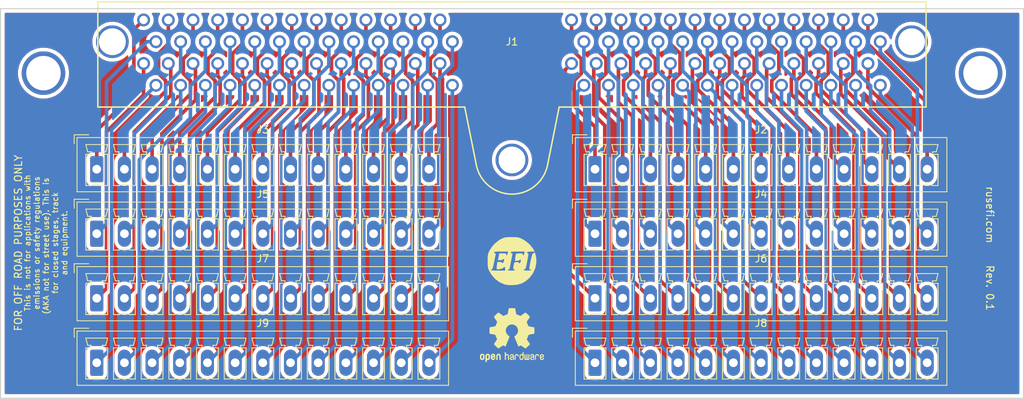
<source format=kicad_pcb>
(kicad_pcb (version 20171130) (host pcbnew 5.1.9)
  (layers (0 F.Cu signal) (31 B.Cu signal) (34 B.Paste user) (35 F.Paste user) (36 B.SilkS user) (37 F.SilkS user) (38 B.Mask user) (39 F.Mask user) (44 Edge.Cuts user))
  (net 0 "")
  (net 1 "Net-(J1-Pad90)")
  (net 2 "Net-(J1-Pad89)")
  (net 3 "Net-(J1-Pad88)")
  (net 4 "Net-(J1-Pad87)")
  (net 5 "Net-(J1-Pad86)")
  (net 6 "Net-(J1-Pad85)")
  (net 7 "Net-(J1-Pad84)")
  (net 8 "Net-(J1-Pad83)")
  (net 9 "Net-(J1-Pad82)")
  (net 10 "Net-(J1-Pad81)")
  (net 11 "Net-(J1-Pad80)")
  (net 12 "Net-(J1-Pad79)")
  (net 13 "Net-(J1-Pad53)")
  (net 14 "Net-(J1-Pad54)")
  (net 15 "Net-(J1-Pad55)")
  (net 16 "Net-(J1-Pad56)")
  (net 17 "Net-(J1-Pad57)")
  (net 18 "Net-(J1-Pad58)")
  (net 19 "Net-(J1-Pad59)")
  (net 20 "Net-(J1-Pad60)")
  (net 21 "Net-(J1-Pad61)")
  (net 22 "Net-(J1-Pad62)")
  (net 23 "Net-(J1-Pad63)")
  (net 24 "Net-(J1-Pad64)")
  (net 25 "Net-(J1-Pad37)")
  (net 26 "Net-(J1-Pad36)")
  (net 27 "Net-(J1-Pad35)")
  (net 28 "Net-(J1-Pad34)")
  (net 29 "Net-(J1-Pad33)")
  (net 30 "Net-(J1-Pad32)")
  (net 31 "Net-(J1-Pad31)")
  (net 32 "Net-(J1-Pad30)")
  (net 33 "Net-(J1-Pad29)")
  (net 34 "Net-(J1-Pad28)")
  (net 35 "Net-(J1-Pad27)")
  (net 36 "Net-(J1-Pad1)")
  (net 37 "Net-(J1-Pad2)")
  (net 38 "Net-(J1-Pad3)")
  (net 39 "Net-(J1-Pad4)")
  (net 40 "Net-(J1-Pad5)")
  (net 41 "Net-(J1-Pad6)")
  (net 42 "Net-(J1-Pad7)")
  (net 43 "Net-(J1-Pad8)")
  (net 44 "Net-(J1-Pad9)")
  (net 45 "Net-(J1-Pad10)")
  (net 46 "Net-(J1-Pad11)")
  (net 47 "Net-(J1-Pad12)")
  (net 48 "Net-(J1-Pad38)")
  (net 49 "Net-(J1-Pad13)")
  (net 50 "Net-(J1-Pad65)")
  (net 51 "Net-(J1-Pad91)")
  (net 52 "Net-(J1-Pad39)")
  (net 53 "Net-(J1-Pad104)")
  (net 54 "Net-(J1-Pad103)")
  (net 55 "Net-(J1-Pad102)")
  (net 56 "Net-(J1-Pad101)")
  (net 57 "Net-(J1-Pad100)")
  (net 58 "Net-(J1-Pad99)")
  (net 59 "Net-(J1-Pad98)")
  (net 60 "Net-(J1-Pad97)")
  (net 61 "Net-(J1-Pad72)")
  (net 62 "Net-(J1-Pad73)")
  (net 63 "Net-(J1-Pad74)")
  (net 64 "Net-(J1-Pad75)")
  (net 65 "Net-(J1-Pad76)")
  (net 66 "Net-(J1-Pad77)")
  (net 67 "Net-(J1-Pad78)")
  (net 68 "Net-(J1-Pad52)")
  (net 69 "Net-(J1-Pad51)")
  (net 70 "Net-(J1-Pad50)")
  (net 71 "Net-(J1-Pad49)")
  (net 72 "Net-(J1-Pad48)")
  (net 73 "Net-(J1-Pad47)")
  (net 74 "Net-(J1-Pad46)")
  (net 75 "Net-(J1-Pad45)")
  (net 76 "Net-(J1-Pad26)")
  (net 77 "Net-(J1-Pad25)")
  (net 78 "Net-(J1-Pad24)")
  (net 79 "Net-(J1-Pad23)")
  (net 80 "Net-(J1-Pad22)")
  (net 81 "Net-(J1-Pad21)")
  (net 82 "Net-(J1-Pad20)")
  (net 83 "Net-(J1-Pad19)")
  (net 84 "Net-(J1-Pad71)")
  (net 85 "Net-(J1-Pad96)")
  (net 86 "Net-(J1-Pad44)")
  (net 87 "Net-(J1-Pad70)")
  (net 88 "Net-(J1-Pad18)")
  (net 89 "Net-(J1-Pad43)")
  (net 90 "Net-(J1-Pad95)")
  (net 91 "Net-(J1-Pad69)")
  (net 92 "Net-(J1-Pad17)")
  (net 93 "Net-(J1-Pad42)")
  (net 94 "Net-(J1-Pad94)")
  (net 95 "Net-(J1-Pad68)")
  (net 96 "Net-(J1-Pad16)")
  (net 97 "Net-(J1-Pad93)")
  (net 98 "Net-(J1-Pad41)")
  (net 99 "Net-(J1-Pad15)")
  (net 100 "Net-(J1-Pad67)")
  (net 101 "Net-(J1-Pad92)")
  (net 102 "Net-(J1-Pad66)")
  (net 103 "Net-(J1-Pad40)")
  (net 104 "Net-(J1-Pad14)")
  (module Symbol:OSHW-Logo2_9.8x8mm_SilkScreen (layer F.Cu) (at 93.62 66.29)
    (fp_text reference REF** hide)
    (fp_text value OSHW-Logo2_9.8x8mm_SilkScreen hide)
  )
  (module rusefi_lib:Off_Road_Disclaimer (layer F.Cu) (at 28.85 53.59 90)
    (fp_text reference G? hide)
    (fp_text value Disclaimer hide)
    (fp_text user "FOR OFF ROAD PURPOSES ONLY" (at 0 -3.175 90) (layer F.SilkS))
    (fp_text user "This is not for applications with" (at 0 -1.905 90) (layer F.SilkS) (effects (font (size 0.762 0.762) (thickness 0.127))))
    (fp_text user "emissions or safety regulations" (at 0 -0.635 90) (layer F.SilkS) (effects (font (size 0.762 0.762) (thickness 0.127))))
    (fp_text user "(AKA not for street use). This is " (at -0.127 0.635 90) (layer F.SilkS) (effects (font (size 0.762 0.762) (thickness 0.127))))
    (fp_text user "for closed stages, track" (at 0 1.905 90) (layer F.SilkS) (effects (font (size 0.762 0.762) (thickness 0.127))))
    (fp_text user "and equipment." (at 0 3.175 90) (layer F.SilkS) (effects (font (size 0.762 0.762) (thickness 0.127))))
  )
  (module eecv:eecv (layer F.Cu) (at 93.62 20.36)
    (fp_text reference J1 (at 0 5.5) (layer F.SilkS))
    (fp_text value EEC-V)
    (pad "" thru_hole circle (at 0 21.8) (size 4.5 4.5) (drill 3.7) (layers *.Cu *.Mask))
    (pad 90 thru_hole circle (at 13.3 11.5) (size 1.778 1.778) (drill 1.143) (layers *.Cu *.Mask) (net 1 "Net-(J1-Pad90)"))
    (pad 89 thru_hole circle (at 16.7 11.5) (size 1.778 1.778) (drill 1.143) (layers *.Cu *.Mask) (net 2 "Net-(J1-Pad89)"))
    (pad 88 thru_hole circle (at 20.1 11.5) (size 1.778 1.778) (drill 1.143) (layers *.Cu *.Mask) (net 3 "Net-(J1-Pad88)"))
    (pad 87 thru_hole circle (at 23.5 11.5) (size 1.778 1.778) (drill 1.143) (layers *.Cu *.Mask) (net 4 "Net-(J1-Pad87)"))
    (pad 86 thru_hole circle (at 26.9 11.5) (size 1.778 1.778) (drill 1.143) (layers *.Cu *.Mask) (net 5 "Net-(J1-Pad86)"))
    (pad 85 thru_hole circle (at 30.3 11.5) (size 1.778 1.778) (drill 1.143) (layers *.Cu *.Mask) (net 6 "Net-(J1-Pad85)"))
    (pad 84 thru_hole circle (at 33.7 11.5) (size 1.778 1.778) (drill 1.143) (layers *.Cu *.Mask) (net 7 "Net-(J1-Pad84)"))
    (pad 83 thru_hole circle (at 37.1 11.5) (size 1.778 1.778) (drill 1.143) (layers *.Cu *.Mask) (net 8 "Net-(J1-Pad83)"))
    (pad 82 thru_hole circle (at 40.5 11.5) (size 1.778 1.778) (drill 1.143) (layers *.Cu *.Mask) (net 9 "Net-(J1-Pad82)"))
    (pad 81 thru_hole circle (at 43.9 11.5) (size 1.778 1.778) (drill 1.143) (layers *.Cu *.Mask) (net 10 "Net-(J1-Pad81)"))
    (pad 80 thru_hole circle (at 47.3 11.5) (size 1.778 1.778) (drill 1.143) (layers *.Cu *.Mask) (net 11 "Net-(J1-Pad80)"))
    (pad 79 thru_hole circle (at 50.7 11.5) (size 1.778 1.778) (drill 1.143) (layers *.Cu *.Mask) (net 12 "Net-(J1-Pad79)"))
    (pad 53 thru_hole circle (at 49 8.5) (size 1.778 1.778) (drill 1.143) (layers *.Cu *.Mask) (net 13 "Net-(J1-Pad53)"))
    (pad 54 thru_hole circle (at 45.6 8.5) (size 1.778 1.778) (drill 1.143) (layers *.Cu *.Mask) (net 14 "Net-(J1-Pad54)"))
    (pad 55 thru_hole circle (at 42.2 8.5) (size 1.778 1.778) (drill 1.143) (layers *.Cu *.Mask) (net 15 "Net-(J1-Pad55)"))
    (pad 56 thru_hole circle (at 38.8 8.5) (size 1.778 1.778) (drill 1.143) (layers *.Cu *.Mask) (net 16 "Net-(J1-Pad56)"))
    (pad 57 thru_hole circle (at 35.4 8.5) (size 1.778 1.778) (drill 1.143) (layers *.Cu *.Mask) (net 17 "Net-(J1-Pad57)"))
    (pad 58 thru_hole circle (at 32 8.5) (size 1.778 1.778) (drill 1.143) (layers *.Cu *.Mask) (net 18 "Net-(J1-Pad58)"))
    (pad 59 thru_hole circle (at 28.6 8.5) (size 1.778 1.778) (drill 1.143) (layers *.Cu *.Mask) (net 19 "Net-(J1-Pad59)"))
    (pad 60 thru_hole circle (at 25.2 8.5) (size 1.778 1.778) (drill 1.143) (layers *.Cu *.Mask) (net 20 "Net-(J1-Pad60)"))
    (pad 61 thru_hole circle (at 21.8 8.5) (size 1.778 1.778) (drill 1.143) (layers *.Cu *.Mask) (net 21 "Net-(J1-Pad61)"))
    (pad 62 thru_hole circle (at 18.4 8.5) (size 1.778 1.778) (drill 1.143) (layers *.Cu *.Mask) (net 22 "Net-(J1-Pad62)"))
    (pad 63 thru_hole circle (at 15 8.5) (size 1.778 1.778) (drill 1.143) (layers *.Cu *.Mask) (net 23 "Net-(J1-Pad63)"))
    (pad 64 thru_hole circle (at 11.6 8.5) (size 1.778 1.778) (drill 1.143) (layers *.Cu *.Mask) (net 24 "Net-(J1-Pad64)"))
    (pad 37 thru_hole circle (at 16.7 5.5) (size 1.778 1.778) (drill 1.143) (layers *.Cu *.Mask) (net 25 "Net-(J1-Pad37)"))
    (pad 36 thru_hole circle (at 20.1 5.5) (size 1.778 1.778) (drill 1.143) (layers *.Cu *.Mask) (net 26 "Net-(J1-Pad36)"))
    (pad 35 thru_hole circle (at 23.5 5.5) (size 1.778 1.778) (drill 1.143) (layers *.Cu *.Mask) (net 27 "Net-(J1-Pad35)"))
    (pad 34 thru_hole circle (at 26.9 5.5) (size 1.778 1.778) (drill 1.143) (layers *.Cu *.Mask) (net 28 "Net-(J1-Pad34)"))
    (pad 33 thru_hole circle (at 30.3 5.5) (size 1.778 1.778) (drill 1.143) (layers *.Cu *.Mask) (net 29 "Net-(J1-Pad33)"))
    (pad 32 thru_hole circle (at 33.7 5.5) (size 1.778 1.778) (drill 1.143) (layers *.Cu *.Mask) (net 30 "Net-(J1-Pad32)"))
    (pad 31 thru_hole circle (at 37.1 5.5) (size 1.778 1.778) (drill 1.143) (layers *.Cu *.Mask) (net 31 "Net-(J1-Pad31)"))
    (pad 30 thru_hole circle (at 40.5 5.5) (size 1.778 1.778) (drill 1.143) (layers *.Cu *.Mask) (net 32 "Net-(J1-Pad30)"))
    (pad 29 thru_hole circle (at 43.9 5.5) (size 1.778 1.778) (drill 1.143) (layers *.Cu *.Mask) (net 33 "Net-(J1-Pad29)"))
    (pad 28 thru_hole circle (at 47.3 5.5) (size 1.778 1.778) (drill 1.143) (layers *.Cu *.Mask) (net 34 "Net-(J1-Pad28)"))
    (pad 27 thru_hole circle (at 50.7 5.5) (size 1.778 1.778) (drill 1.143) (layers *.Cu *.Mask) (net 35 "Net-(J1-Pad27)"))
    (pad 1 thru_hole circle (at 49 2.5) (size 1.778 1.778) (drill 1.143) (layers *.Cu *.Mask) (net 36 "Net-(J1-Pad1)"))
    (pad 2 thru_hole circle (at 45.6 2.5) (size 1.778 1.778) (drill 1.143) (layers *.Cu *.Mask) (net 37 "Net-(J1-Pad2)"))
    (pad 3 thru_hole circle (at 42.2 2.5) (size 1.778 1.778) (drill 1.143) (layers *.Cu *.Mask) (net 38 "Net-(J1-Pad3)"))
    (pad 4 thru_hole circle (at 38.8 2.5) (size 1.778 1.778) (drill 1.143) (layers *.Cu *.Mask) (net 39 "Net-(J1-Pad4)"))
    (pad 5 thru_hole circle (at 35.4 2.5) (size 1.778 1.778) (drill 1.143) (layers *.Cu *.Mask) (net 40 "Net-(J1-Pad5)"))
    (pad 6 thru_hole circle (at 32 2.5) (size 1.778 1.778) (drill 1.143) (layers *.Cu *.Mask) (net 41 "Net-(J1-Pad6)"))
    (pad 7 thru_hole circle (at 28.6 2.5) (size 1.778 1.778) (drill 1.143) (layers *.Cu *.Mask) (net 42 "Net-(J1-Pad7)"))
    (pad 8 thru_hole circle (at 25.2 2.5) (size 1.778 1.778) (drill 1.143) (layers *.Cu *.Mask) (net 43 "Net-(J1-Pad8)"))
    (pad 9 thru_hole circle (at 21.8 2.5) (size 1.778 1.778) (drill 1.143) (layers *.Cu *.Mask) (net 44 "Net-(J1-Pad9)"))
    (pad 10 thru_hole circle (at 18.4 2.5) (size 1.778 1.778) (drill 1.143) (layers *.Cu *.Mask) (net 45 "Net-(J1-Pad10)"))
    (pad 11 thru_hole circle (at 15 2.5) (size 1.778 1.778) (drill 1.143) (layers *.Cu *.Mask) (net 46 "Net-(J1-Pad11)"))
    (pad 12 thru_hole circle (at 11.6 2.5) (size 1.778 1.778) (drill 1.143) (layers *.Cu *.Mask) (net 47 "Net-(J1-Pad12)"))
    (pad 38 thru_hole circle (at 13.3 5.5) (size 1.778 1.778) (drill 1.143) (layers *.Cu *.Mask) (net 48 "Net-(J1-Pad38)"))
    (pad 13 thru_hole circle (at 8.2 2.5) (size 1.778 1.778) (drill 1.143) (layers *.Cu *.Mask) (net 49 "Net-(J1-Pad13)"))
    (pad 65 thru_hole circle (at 8.2 8.5) (size 1.778 1.778) (drill 1.143) (layers *.Cu *.Mask) (net 50 "Net-(J1-Pad65)"))
    (pad 91 thru_hole circle (at 9.9 11.5) (size 1.778 1.778) (drill 1.143) (layers *.Cu *.Mask) (net 51 "Net-(J1-Pad91)"))
    (pad 39 thru_hole circle (at 9.9 5.5) (size 1.778 1.778) (drill 1.143) (layers *.Cu *.Mask) (net 52 "Net-(J1-Pad39)"))
    (pad 104 thru_hole circle (at -49 11.5) (size 1.778 1.778) (drill 1.143) (layers *.Cu *.Mask) (net 53 "Net-(J1-Pad104)"))
    (pad 103 thru_hole circle (at -45.6 11.5) (size 1.778 1.778) (drill 1.143) (layers *.Cu *.Mask) (net 54 "Net-(J1-Pad103)"))
    (pad 102 thru_hole circle (at -42.2 11.5) (size 1.778 1.778) (drill 1.143) (layers *.Cu *.Mask) (net 55 "Net-(J1-Pad102)"))
    (pad 101 thru_hole circle (at -38.8 11.5) (size 1.778 1.778) (drill 1.143) (layers *.Cu *.Mask) (net 56 "Net-(J1-Pad101)"))
    (pad 100 thru_hole circle (at -35.4 11.5) (size 1.778 1.778) (drill 1.143) (layers *.Cu *.Mask) (net 57 "Net-(J1-Pad100)"))
    (pad 99 thru_hole circle (at -32 11.5) (size 1.778 1.778) (drill 1.143) (layers *.Cu *.Mask) (net 58 "Net-(J1-Pad99)"))
    (pad 98 thru_hole circle (at -28.6 11.5) (size 1.778 1.778) (drill 1.143) (layers *.Cu *.Mask) (net 59 "Net-(J1-Pad98)"))
    (pad 97 thru_hole circle (at -25.2 11.5) (size 1.778 1.778) (drill 1.143) (layers *.Cu *.Mask) (net 60 "Net-(J1-Pad97)"))
    (pad 72 thru_hole circle (at -30.3 8.5) (size 1.778 1.778) (drill 1.143) (layers *.Cu *.Mask) (net 61 "Net-(J1-Pad72)"))
    (pad 73 thru_hole circle (at -33.7 8.5) (size 1.778 1.778) (drill 1.143) (layers *.Cu *.Mask) (net 62 "Net-(J1-Pad73)"))
    (pad 74 thru_hole circle (at -37.1 8.5) (size 1.778 1.778) (drill 1.143) (layers *.Cu *.Mask) (net 63 "Net-(J1-Pad74)"))
    (pad 75 thru_hole circle (at -40.5 8.5) (size 1.778 1.778) (drill 1.143) (layers *.Cu *.Mask) (net 64 "Net-(J1-Pad75)"))
    (pad 76 thru_hole circle (at -43.9 8.5) (size 1.778 1.778) (drill 1.143) (layers *.Cu *.Mask) (net 65 "Net-(J1-Pad76)"))
    (pad 77 thru_hole circle (at -47.3 8.5) (size 1.778 1.778) (drill 1.143) (layers *.Cu *.Mask) (net 66 "Net-(J1-Pad77)"))
    (pad 78 thru_hole circle (at -50.7 8.5) (size 1.778 1.778) (drill 1.143) (layers *.Cu *.Mask) (net 67 "Net-(J1-Pad78)"))
    (pad 52 thru_hole circle (at -49 5.5) (size 1.778 1.778) (drill 1.143) (layers *.Cu *.Mask) (net 68 "Net-(J1-Pad52)"))
    (pad 51 thru_hole circle (at -45.6 5.5) (size 1.778 1.778) (drill 1.143) (layers *.Cu *.Mask) (net 69 "Net-(J1-Pad51)"))
    (pad 50 thru_hole circle (at -42.2 5.5) (size 1.778 1.778) (drill 1.143) (layers *.Cu *.Mask) (net 70 "Net-(J1-Pad50)"))
    (pad 49 thru_hole circle (at -38.8 5.5) (size 1.778 1.778) (drill 1.143) (layers *.Cu *.Mask) (net 71 "Net-(J1-Pad49)"))
    (pad 48 thru_hole circle (at -35.4 5.5) (size 1.778 1.778) (drill 1.143) (layers *.Cu *.Mask) (net 72 "Net-(J1-Pad48)"))
    (pad 47 thru_hole circle (at -32 5.5) (size 1.778 1.778) (drill 1.143) (layers *.Cu *.Mask) (net 73 "Net-(J1-Pad47)"))
    (pad 46 thru_hole circle (at -28.6 5.5) (size 1.778 1.778) (drill 1.143) (layers *.Cu *.Mask) (net 74 "Net-(J1-Pad46)"))
    (pad 45 thru_hole circle (at -25.2 5.5) (size 1.778 1.778) (drill 1.143) (layers *.Cu *.Mask) (net 75 "Net-(J1-Pad45)"))
    (pad 26 thru_hole circle (at -50.7 2.5) (size 1.778 1.778) (drill 1.143) (layers *.Cu *.Mask) (net 76 "Net-(J1-Pad26)"))
    (pad 25 thru_hole circle (at -47.3 2.5) (size 1.778 1.778) (drill 1.143) (layers *.Cu *.Mask) (net 77 "Net-(J1-Pad25)"))
    (pad 24 thru_hole circle (at -43.9 2.5) (size 1.778 1.778) (drill 1.143) (layers *.Cu *.Mask) (net 78 "Net-(J1-Pad24)"))
    (pad 23 thru_hole circle (at -40.5 2.5) (size 1.778 1.778) (drill 1.143) (layers *.Cu *.Mask) (net 79 "Net-(J1-Pad23)"))
    (pad 22 thru_hole circle (at -37.1 2.5) (size 1.778 1.778) (drill 1.143) (layers *.Cu *.Mask) (net 80 "Net-(J1-Pad22)"))
    (pad 21 thru_hole circle (at -33.7 2.5) (size 1.778 1.778) (drill 1.143) (layers *.Cu *.Mask) (net 81 "Net-(J1-Pad21)"))
    (pad 20 thru_hole circle (at -30.3 2.5) (size 1.778 1.778) (drill 1.143) (layers *.Cu *.Mask) (net 82 "Net-(J1-Pad20)"))
    (pad 19 thru_hole circle (at -26.9 2.5) (size 1.778 1.778) (drill 1.143) (layers *.Cu *.Mask) (net 83 "Net-(J1-Pad19)"))
    (pad 71 thru_hole circle (at -26.9 8.5) (size 1.778 1.778) (drill 1.143) (layers *.Cu *.Mask) (net 84 "Net-(J1-Pad71)"))
    (pad 96 thru_hole circle (at -21.8 11.5) (size 1.778 1.778) (drill 1.143) (layers *.Cu *.Mask) (net 85 "Net-(J1-Pad96)"))
    (pad 44 thru_hole circle (at -21.8 5.5) (size 1.778 1.778) (drill 1.143) (layers *.Cu *.Mask) (net 86 "Net-(J1-Pad44)"))
    (pad 70 thru_hole circle (at -23.5 8.5) (size 1.778 1.778) (drill 1.143) (layers *.Cu *.Mask) (net 87 "Net-(J1-Pad70)"))
    (pad 18 thru_hole circle (at -23.5 2.5) (size 1.778 1.778) (drill 1.143) (layers *.Cu *.Mask) (net 88 "Net-(J1-Pad18)"))
    (pad 43 thru_hole circle (at -18.4 5.5) (size 1.778 1.778) (drill 1.143) (layers *.Cu *.Mask) (net 89 "Net-(J1-Pad43)"))
    (pad 95 thru_hole circle (at -18.4 11.5) (size 1.778 1.778) (drill 1.143) (layers *.Cu *.Mask) (net 90 "Net-(J1-Pad95)"))
    (pad 69 thru_hole circle (at -20.1 8.5) (size 1.778 1.778) (drill 1.143) (layers *.Cu *.Mask) (net 91 "Net-(J1-Pad69)"))
    (pad 17 thru_hole circle (at -20.1 2.5) (size 1.778 1.778) (drill 1.143) (layers *.Cu *.Mask) (net 92 "Net-(J1-Pad17)"))
    (pad 42 thru_hole circle (at -15 5.5) (size 1.778 1.778) (drill 1.143) (layers *.Cu *.Mask) (net 93 "Net-(J1-Pad42)"))
    (pad 94 thru_hole circle (at -15 11.5) (size 1.778 1.778) (drill 1.143) (layers *.Cu *.Mask) (net 94 "Net-(J1-Pad94)"))
    (pad 68 thru_hole circle (at -16.7 8.5) (size 1.778 1.778) (drill 1.143) (layers *.Cu *.Mask) (net 95 "Net-(J1-Pad68)"))
    (pad 16 thru_hole circle (at -16.7 2.5) (size 1.778 1.778) (drill 1.143) (layers *.Cu *.Mask) (net 96 "Net-(J1-Pad16)"))
    (pad 93 thru_hole circle (at -11.6 11.5) (size 1.778 1.778) (drill 1.143) (layers *.Cu *.Mask) (net 97 "Net-(J1-Pad93)"))
    (pad 41 thru_hole circle (at -11.6 5.5) (size 1.778 1.778) (drill 1.143) (layers *.Cu *.Mask) (net 98 "Net-(J1-Pad41)"))
    (pad 15 thru_hole circle (at -13.3 2.5) (size 1.778 1.778) (drill 1.143) (layers *.Cu *.Mask) (net 99 "Net-(J1-Pad15)"))
    (pad 67 thru_hole circle (at -13.3 8.5) (size 1.778 1.778) (drill 1.143) (layers *.Cu *.Mask) (net 100 "Net-(J1-Pad67)"))
    (pad 92 thru_hole circle (at -8.2 11.5) (size 1.778 1.778) (drill 1.143) (layers *.Cu *.Mask) (net 101 "Net-(J1-Pad92)"))
    (pad 66 thru_hole circle (at -9.9 8.5) (size 1.778 1.778) (drill 1.143) (layers *.Cu *.Mask) (net 102 "Net-(J1-Pad66)"))
    (pad 40 thru_hole circle (at -8.2 5.5) (size 1.778 1.778) (drill 1.143) (layers *.Cu *.Mask) (net 103 "Net-(J1-Pad40)"))
    (pad 14 thru_hole circle (at -9.9 2.5) (size 1.778 1.778) (drill 1.143) (layers *.Cu *.Mask) (net 104 "Net-(J1-Pad14)"))
    (pad "" thru_hole circle (at 55 5.5) (size 4.5 4.5) (drill 3.7) (layers *.Cu *.Mask))
    (pad "" thru_hole circle (at -55 5.5) (size 4.5 4.5) (drill 3.7) (layers *.Cu *.Mask))
  )
  (module Connector_Phoenix_MC:PhoenixContact_MCV_1,5_13-G-3.81_1x13_P3.81mm_Vertical (layer F.Cu) (at 36.47 70.1)
    (fp_text reference J9 (at 22.86 -5.45) (layer F.SilkS))
    (fp_text value Conn_01x13)
    (pad 13 thru_hole oval (at 45.72 0) (size 1.8 3.6) (drill 1.2) (layers *.Cu *.Mask) (net 101 "Net-(J1-Pad92)"))
    (pad 12 thru_hole oval (at 41.91 0) (size 1.8 3.6) (drill 1.2) (layers *.Cu *.Mask) (net 97 "Net-(J1-Pad93)"))
    (pad 11 thru_hole oval (at 38.1 0) (size 1.8 3.6) (drill 1.2) (layers *.Cu *.Mask) (net 94 "Net-(J1-Pad94)"))
    (pad 10 thru_hole oval (at 34.29 0) (size 1.8 3.6) (drill 1.2) (layers *.Cu *.Mask) (net 90 "Net-(J1-Pad95)"))
    (pad 9 thru_hole oval (at 30.48 0) (size 1.8 3.6) (drill 1.2) (layers *.Cu *.Mask) (net 85 "Net-(J1-Pad96)"))
    (pad 8 thru_hole oval (at 26.67 0) (size 1.8 3.6) (drill 1.2) (layers *.Cu *.Mask) (net 60 "Net-(J1-Pad97)"))
    (pad 7 thru_hole oval (at 22.86 0) (size 1.8 3.6) (drill 1.2) (layers *.Cu *.Mask) (net 59 "Net-(J1-Pad98)"))
    (pad 6 thru_hole oval (at 19.05 0) (size 1.8 3.6) (drill 1.2) (layers *.Cu *.Mask) (net 58 "Net-(J1-Pad99)"))
    (pad 5 thru_hole oval (at 15.24 0) (size 1.8 3.6) (drill 1.2) (layers *.Cu *.Mask) (net 57 "Net-(J1-Pad100)"))
    (pad 4 thru_hole oval (at 11.43 0) (size 1.8 3.6) (drill 1.2) (layers *.Cu *.Mask) (net 56 "Net-(J1-Pad101)"))
    (pad 3 thru_hole oval (at 7.62 0) (size 1.8 3.6) (drill 1.2) (layers *.Cu *.Mask) (net 55 "Net-(J1-Pad102)"))
    (pad 2 thru_hole oval (at 3.81 0) (size 1.8 3.6) (drill 1.2) (layers *.Cu *.Mask) (net 54 "Net-(J1-Pad103)"))
    (pad 1 thru_hole roundrect (at 0 0) (size 1.8 3.6) (drill 1.2) (layers *.Cu *.Mask) (roundrect_rratio 0.138889) (net 53 "Net-(J1-Pad104)"))
  )
  (module Connector_Phoenix_MC:PhoenixContact_MCV_1,5_13-G-3.81_1x13_P3.81mm_Vertical (layer F.Cu) (at 105.05 70.1)
    (fp_text reference J8 (at 22.86 -5.45) (layer F.SilkS))
    (fp_text value Conn_01x13)
    (pad 13 thru_hole oval (at 45.72 0) (size 1.8 3.6) (drill 1.2) (layers *.Cu *.Mask) (net 12 "Net-(J1-Pad79)"))
    (pad 12 thru_hole oval (at 41.91 0) (size 1.8 3.6) (drill 1.2) (layers *.Cu *.Mask) (net 11 "Net-(J1-Pad80)"))
    (pad 11 thru_hole oval (at 38.1 0) (size 1.8 3.6) (drill 1.2) (layers *.Cu *.Mask) (net 10 "Net-(J1-Pad81)"))
    (pad 10 thru_hole oval (at 34.29 0) (size 1.8 3.6) (drill 1.2) (layers *.Cu *.Mask) (net 9 "Net-(J1-Pad82)"))
    (pad 9 thru_hole oval (at 30.48 0) (size 1.8 3.6) (drill 1.2) (layers *.Cu *.Mask) (net 8 "Net-(J1-Pad83)"))
    (pad 8 thru_hole oval (at 26.67 0) (size 1.8 3.6) (drill 1.2) (layers *.Cu *.Mask) (net 7 "Net-(J1-Pad84)"))
    (pad 7 thru_hole oval (at 22.86 0) (size 1.8 3.6) (drill 1.2) (layers *.Cu *.Mask) (net 6 "Net-(J1-Pad85)"))
    (pad 6 thru_hole oval (at 19.05 0) (size 1.8 3.6) (drill 1.2) (layers *.Cu *.Mask) (net 5 "Net-(J1-Pad86)"))
    (pad 5 thru_hole oval (at 15.24 0) (size 1.8 3.6) (drill 1.2) (layers *.Cu *.Mask) (net 4 "Net-(J1-Pad87)"))
    (pad 4 thru_hole oval (at 11.43 0) (size 1.8 3.6) (drill 1.2) (layers *.Cu *.Mask) (net 3 "Net-(J1-Pad88)"))
    (pad 3 thru_hole oval (at 7.62 0) (size 1.8 3.6) (drill 1.2) (layers *.Cu *.Mask) (net 2 "Net-(J1-Pad89)"))
    (pad 2 thru_hole oval (at 3.81 0) (size 1.8 3.6) (drill 1.2) (layers *.Cu *.Mask) (net 1 "Net-(J1-Pad90)"))
    (pad 1 thru_hole roundrect (at 0 0) (size 1.8 3.6) (drill 1.2) (layers *.Cu *.Mask) (roundrect_rratio 0.138889) (net 51 "Net-(J1-Pad91)"))
  )
  (module Connector_Phoenix_MC:PhoenixContact_MCV_1,5_13-G-3.81_1x13_P3.81mm_Vertical (layer F.Cu) (at 36.47 61.21)
    (fp_text reference J7 (at 22.86 -5.45) (layer F.SilkS))
    (fp_text value Conn_01x13)
    (pad 13 thru_hole oval (at 45.72 0) (size 1.8 3.6) (drill 1.2) (layers *.Cu *.Mask) (net 102 "Net-(J1-Pad66)"))
    (pad 12 thru_hole oval (at 41.91 0) (size 1.8 3.6) (drill 1.2) (layers *.Cu *.Mask) (net 100 "Net-(J1-Pad67)"))
    (pad 11 thru_hole oval (at 38.1 0) (size 1.8 3.6) (drill 1.2) (layers *.Cu *.Mask) (net 95 "Net-(J1-Pad68)"))
    (pad 10 thru_hole oval (at 34.29 0) (size 1.8 3.6) (drill 1.2) (layers *.Cu *.Mask) (net 91 "Net-(J1-Pad69)"))
    (pad 9 thru_hole oval (at 30.48 0) (size 1.8 3.6) (drill 1.2) (layers *.Cu *.Mask) (net 87 "Net-(J1-Pad70)"))
    (pad 8 thru_hole oval (at 26.67 0) (size 1.8 3.6) (drill 1.2) (layers *.Cu *.Mask) (net 84 "Net-(J1-Pad71)"))
    (pad 7 thru_hole oval (at 22.86 0) (size 1.8 3.6) (drill 1.2) (layers *.Cu *.Mask) (net 61 "Net-(J1-Pad72)"))
    (pad 6 thru_hole oval (at 19.05 0) (size 1.8 3.6) (drill 1.2) (layers *.Cu *.Mask) (net 62 "Net-(J1-Pad73)"))
    (pad 5 thru_hole oval (at 15.24 0) (size 1.8 3.6) (drill 1.2) (layers *.Cu *.Mask) (net 63 "Net-(J1-Pad74)"))
    (pad 4 thru_hole oval (at 11.43 0) (size 1.8 3.6) (drill 1.2) (layers *.Cu *.Mask) (net 64 "Net-(J1-Pad75)"))
    (pad 3 thru_hole oval (at 7.62 0) (size 1.8 3.6) (drill 1.2) (layers *.Cu *.Mask) (net 65 "Net-(J1-Pad76)"))
    (pad 2 thru_hole oval (at 3.81 0) (size 1.8 3.6) (drill 1.2) (layers *.Cu *.Mask) (net 66 "Net-(J1-Pad77)"))
    (pad 1 thru_hole roundrect (at 0 0) (size 1.8 3.6) (drill 1.2) (layers *.Cu *.Mask) (roundrect_rratio 0.138889) (net 67 "Net-(J1-Pad78)"))
  )
  (module Connector_Phoenix_MC:PhoenixContact_MCV_1,5_13-G-3.81_1x13_P3.81mm_Vertical (layer F.Cu) (at 105.05 61.21)
    (fp_text reference J6 (at 22.86 -5.45) (layer F.SilkS))
    (fp_text value Conn_01x13)
    (pad 13 thru_hole oval (at 45.72 0) (size 1.8 3.6) (drill 1.2) (layers *.Cu *.Mask) (net 13 "Net-(J1-Pad53)"))
    (pad 12 thru_hole oval (at 41.91 0) (size 1.8 3.6) (drill 1.2) (layers *.Cu *.Mask) (net 14 "Net-(J1-Pad54)"))
    (pad 11 thru_hole oval (at 38.1 0) (size 1.8 3.6) (drill 1.2) (layers *.Cu *.Mask) (net 15 "Net-(J1-Pad55)"))
    (pad 10 thru_hole oval (at 34.29 0) (size 1.8 3.6) (drill 1.2) (layers *.Cu *.Mask) (net 16 "Net-(J1-Pad56)"))
    (pad 9 thru_hole oval (at 30.48 0) (size 1.8 3.6) (drill 1.2) (layers *.Cu *.Mask) (net 17 "Net-(J1-Pad57)"))
    (pad 8 thru_hole oval (at 26.67 0) (size 1.8 3.6) (drill 1.2) (layers *.Cu *.Mask) (net 18 "Net-(J1-Pad58)"))
    (pad 7 thru_hole oval (at 22.86 0) (size 1.8 3.6) (drill 1.2) (layers *.Cu *.Mask) (net 19 "Net-(J1-Pad59)"))
    (pad 6 thru_hole oval (at 19.05 0) (size 1.8 3.6) (drill 1.2) (layers *.Cu *.Mask) (net 20 "Net-(J1-Pad60)"))
    (pad 5 thru_hole oval (at 15.24 0) (size 1.8 3.6) (drill 1.2) (layers *.Cu *.Mask) (net 21 "Net-(J1-Pad61)"))
    (pad 4 thru_hole oval (at 11.43 0) (size 1.8 3.6) (drill 1.2) (layers *.Cu *.Mask) (net 22 "Net-(J1-Pad62)"))
    (pad 3 thru_hole oval (at 7.62 0) (size 1.8 3.6) (drill 1.2) (layers *.Cu *.Mask) (net 23 "Net-(J1-Pad63)"))
    (pad 2 thru_hole oval (at 3.81 0) (size 1.8 3.6) (drill 1.2) (layers *.Cu *.Mask) (net 24 "Net-(J1-Pad64)"))
    (pad 1 thru_hole roundrect (at 0 0) (size 1.8 3.6) (drill 1.2) (layers *.Cu *.Mask) (roundrect_rratio 0.138889) (net 50 "Net-(J1-Pad65)"))
  )
  (module Connector_Phoenix_MC:PhoenixContact_MCV_1,5_13-G-3.81_1x13_P3.81mm_Vertical (layer F.Cu) (at 36.47 52.32)
    (fp_text reference J5 (at 22.86 -5.45) (layer F.SilkS))
    (fp_text value Conn_01x13)
    (pad 13 thru_hole oval (at 45.72 0) (size 1.8 3.6) (drill 1.2) (layers *.Cu *.Mask) (net 103 "Net-(J1-Pad40)"))
    (pad 12 thru_hole oval (at 41.91 0) (size 1.8 3.6) (drill 1.2) (layers *.Cu *.Mask) (net 98 "Net-(J1-Pad41)"))
    (pad 11 thru_hole oval (at 38.1 0) (size 1.8 3.6) (drill 1.2) (layers *.Cu *.Mask) (net 93 "Net-(J1-Pad42)"))
    (pad 10 thru_hole oval (at 34.29 0) (size 1.8 3.6) (drill 1.2) (layers *.Cu *.Mask) (net 89 "Net-(J1-Pad43)"))
    (pad 9 thru_hole oval (at 30.48 0) (size 1.8 3.6) (drill 1.2) (layers *.Cu *.Mask) (net 86 "Net-(J1-Pad44)"))
    (pad 8 thru_hole oval (at 26.67 0) (size 1.8 3.6) (drill 1.2) (layers *.Cu *.Mask) (net 75 "Net-(J1-Pad45)"))
    (pad 7 thru_hole oval (at 22.86 0) (size 1.8 3.6) (drill 1.2) (layers *.Cu *.Mask) (net 74 "Net-(J1-Pad46)"))
    (pad 6 thru_hole oval (at 19.05 0) (size 1.8 3.6) (drill 1.2) (layers *.Cu *.Mask) (net 73 "Net-(J1-Pad47)"))
    (pad 5 thru_hole oval (at 15.24 0) (size 1.8 3.6) (drill 1.2) (layers *.Cu *.Mask) (net 72 "Net-(J1-Pad48)"))
    (pad 4 thru_hole oval (at 11.43 0) (size 1.8 3.6) (drill 1.2) (layers *.Cu *.Mask) (net 71 "Net-(J1-Pad49)"))
    (pad 3 thru_hole oval (at 7.62 0) (size 1.8 3.6) (drill 1.2) (layers *.Cu *.Mask) (net 70 "Net-(J1-Pad50)"))
    (pad 2 thru_hole oval (at 3.81 0) (size 1.8 3.6) (drill 1.2) (layers *.Cu *.Mask) (net 69 "Net-(J1-Pad51)"))
    (pad 1 thru_hole roundrect (at 0 0) (size 1.8 3.6) (drill 1.2) (layers *.Cu *.Mask) (roundrect_rratio 0.138889) (net 68 "Net-(J1-Pad52)"))
  )
  (module Connector_Phoenix_MC:PhoenixContact_MCV_1,5_13-G-3.81_1x13_P3.81mm_Vertical (layer F.Cu) (at 105.05 52.32)
    (fp_text reference J4 (at 22.86 -5.45) (layer F.SilkS))
    (fp_text value Conn_01x13)
    (pad 13 thru_hole oval (at 45.72 0) (size 1.8 3.6) (drill 1.2) (layers *.Cu *.Mask) (net 35 "Net-(J1-Pad27)"))
    (pad 12 thru_hole oval (at 41.91 0) (size 1.8 3.6) (drill 1.2) (layers *.Cu *.Mask) (net 34 "Net-(J1-Pad28)"))
    (pad 11 thru_hole oval (at 38.1 0) (size 1.8 3.6) (drill 1.2) (layers *.Cu *.Mask) (net 33 "Net-(J1-Pad29)"))
    (pad 10 thru_hole oval (at 34.29 0) (size 1.8 3.6) (drill 1.2) (layers *.Cu *.Mask) (net 32 "Net-(J1-Pad30)"))
    (pad 9 thru_hole oval (at 30.48 0) (size 1.8 3.6) (drill 1.2) (layers *.Cu *.Mask) (net 31 "Net-(J1-Pad31)"))
    (pad 8 thru_hole oval (at 26.67 0) (size 1.8 3.6) (drill 1.2) (layers *.Cu *.Mask) (net 30 "Net-(J1-Pad32)"))
    (pad 7 thru_hole oval (at 22.86 0) (size 1.8 3.6) (drill 1.2) (layers *.Cu *.Mask) (net 29 "Net-(J1-Pad33)"))
    (pad 6 thru_hole oval (at 19.05 0) (size 1.8 3.6) (drill 1.2) (layers *.Cu *.Mask) (net 28 "Net-(J1-Pad34)"))
    (pad 5 thru_hole oval (at 15.24 0) (size 1.8 3.6) (drill 1.2) (layers *.Cu *.Mask) (net 27 "Net-(J1-Pad35)"))
    (pad 4 thru_hole oval (at 11.43 0) (size 1.8 3.6) (drill 1.2) (layers *.Cu *.Mask) (net 26 "Net-(J1-Pad36)"))
    (pad 3 thru_hole oval (at 7.62 0) (size 1.8 3.6) (drill 1.2) (layers *.Cu *.Mask) (net 25 "Net-(J1-Pad37)"))
    (pad 2 thru_hole oval (at 3.81 0) (size 1.8 3.6) (drill 1.2) (layers *.Cu *.Mask) (net 48 "Net-(J1-Pad38)"))
    (pad 1 thru_hole roundrect (at 0 0) (size 1.8 3.6) (drill 1.2) (layers *.Cu *.Mask) (roundrect_rratio 0.138889) (net 52 "Net-(J1-Pad39)"))
  )
  (module Connector_Phoenix_MC:PhoenixContact_MCV_1,5_13-G-3.81_1x13_P3.81mm_Vertical (layer F.Cu) (at 36.47 43.43)
    (fp_text reference J3 (at 22.86 -5.45) (layer F.SilkS))
    (fp_text value Conn_01x13)
    (pad 13 thru_hole oval (at 45.72 0) (size 1.8 3.6) (drill 1.2) (layers *.Cu *.Mask) (net 104 "Net-(J1-Pad14)"))
    (pad 12 thru_hole oval (at 41.91 0) (size 1.8 3.6) (drill 1.2) (layers *.Cu *.Mask) (net 99 "Net-(J1-Pad15)"))
    (pad 11 thru_hole oval (at 38.1 0) (size 1.8 3.6) (drill 1.2) (layers *.Cu *.Mask) (net 96 "Net-(J1-Pad16)"))
    (pad 10 thru_hole oval (at 34.29 0) (size 1.8 3.6) (drill 1.2) (layers *.Cu *.Mask) (net 92 "Net-(J1-Pad17)"))
    (pad 9 thru_hole oval (at 30.48 0) (size 1.8 3.6) (drill 1.2) (layers *.Cu *.Mask) (net 88 "Net-(J1-Pad18)"))
    (pad 8 thru_hole oval (at 26.67 0) (size 1.8 3.6) (drill 1.2) (layers *.Cu *.Mask) (net 83 "Net-(J1-Pad19)"))
    (pad 7 thru_hole oval (at 22.86 0) (size 1.8 3.6) (drill 1.2) (layers *.Cu *.Mask) (net 82 "Net-(J1-Pad20)"))
    (pad 6 thru_hole oval (at 19.05 0) (size 1.8 3.6) (drill 1.2) (layers *.Cu *.Mask) (net 81 "Net-(J1-Pad21)"))
    (pad 5 thru_hole oval (at 15.24 0) (size 1.8 3.6) (drill 1.2) (layers *.Cu *.Mask) (net 80 "Net-(J1-Pad22)"))
    (pad 4 thru_hole oval (at 11.43 0) (size 1.8 3.6) (drill 1.2) (layers *.Cu *.Mask) (net 79 "Net-(J1-Pad23)"))
    (pad 3 thru_hole oval (at 7.62 0) (size 1.8 3.6) (drill 1.2) (layers *.Cu *.Mask) (net 78 "Net-(J1-Pad24)"))
    (pad 2 thru_hole oval (at 3.81 0) (size 1.8 3.6) (drill 1.2) (layers *.Cu *.Mask) (net 77 "Net-(J1-Pad25)"))
    (pad 1 thru_hole roundrect (at 0 0) (size 1.8 3.6) (drill 1.2) (layers *.Cu *.Mask) (roundrect_rratio 0.138889) (net 76 "Net-(J1-Pad26)"))
  )
  (module Connector_Phoenix_MC:PhoenixContact_MCV_1,5_13-G-3.81_1x13_P3.81mm_Vertical (layer F.Cu) (at 105.05 43.43)
    (fp_text reference J2 (at 22.86 -5.45) (layer F.SilkS))
    (fp_text value Conn_01x13)
    (pad 13 thru_hole oval (at 45.72 0) (size 1.8 3.6) (drill 1.2) (layers *.Cu *.Mask) (net 36 "Net-(J1-Pad1)"))
    (pad 12 thru_hole oval (at 41.91 0) (size 1.8 3.6) (drill 1.2) (layers *.Cu *.Mask) (net 37 "Net-(J1-Pad2)"))
    (pad 11 thru_hole oval (at 38.1 0) (size 1.8 3.6) (drill 1.2) (layers *.Cu *.Mask) (net 38 "Net-(J1-Pad3)"))
    (pad 10 thru_hole oval (at 34.29 0) (size 1.8 3.6) (drill 1.2) (layers *.Cu *.Mask) (net 39 "Net-(J1-Pad4)"))
    (pad 9 thru_hole oval (at 30.48 0) (size 1.8 3.6) (drill 1.2) (layers *.Cu *.Mask) (net 40 "Net-(J1-Pad5)"))
    (pad 8 thru_hole oval (at 26.67 0) (size 1.8 3.6) (drill 1.2) (layers *.Cu *.Mask) (net 41 "Net-(J1-Pad6)"))
    (pad 7 thru_hole oval (at 22.86 0) (size 1.8 3.6) (drill 1.2) (layers *.Cu *.Mask) (net 42 "Net-(J1-Pad7)"))
    (pad 6 thru_hole oval (at 19.05 0) (size 1.8 3.6) (drill 1.2) (layers *.Cu *.Mask) (net 43 "Net-(J1-Pad8)"))
    (pad 5 thru_hole oval (at 15.24 0) (size 1.8 3.6) (drill 1.2) (layers *.Cu *.Mask) (net 44 "Net-(J1-Pad9)"))
    (pad 4 thru_hole oval (at 11.43 0) (size 1.8 3.6) (drill 1.2) (layers *.Cu *.Mask) (net 45 "Net-(J1-Pad10)"))
    (pad 3 thru_hole oval (at 7.62 0) (size 1.8 3.6) (drill 1.2) (layers *.Cu *.Mask) (net 46 "Net-(J1-Pad11)"))
    (pad 2 thru_hole oval (at 3.81 0) (size 1.8 3.6) (drill 1.2) (layers *.Cu *.Mask) (net 47 "Net-(J1-Pad12)"))
    (pad 1 thru_hole roundrect (at 0 0) (size 1.8 3.6) (drill 1.2) (layers *.Cu *.Mask) (roundrect_rratio 0.138889) (net 49 "Net-(J1-Pad13)"))
  )
  (module rusefi_lib:LOGO (layer F.Cu) (at 93.62 56.13)
    (fp_text reference G? hide)
    (fp_text value LOGO hide)
  )
  (gr_text "rusefi.com    Rev. 0.1" (at 159.406 54.352 -90) (layer F.SilkS) (effects (font (size 1 1))))
  (gr_line (start 164.03 21.3) (end 164.03 75) (layer Edge.Cuts) (width 0.15))
  (gr_line (start 23.23 75) (end 164.03 75) (layer Edge.Cuts) (width 0.15))
  (gr_line (start 23.23 21.3) (end 23.23 75) (layer Edge.Cuts) (width 0.15))
  (gr_line (start 23.23 21.3) (end 164.03 21.3) (layer Edge.Cuts) (width 0.15))
  (via (at 158.12 30.19) (size 6) (drill 4.75) (layers F.Cu B.Cu) (net 0))
  (via (at 29.14 30.19) (size 6) (drill 4.75) (layers F.Cu B.Cu) (net 0))
  (segment (start 106.80998 68.04998) (end 108.86 70.1) (width 0.5) (layer B.Cu) (net 1))
  (segment (start 106.80998 41.680855) (end 106.80998 68.04998) (width 0.5) (layer B.Cu) (net 1))
  (segment (start 106.92 41.570835) (end 106.80998 41.680855) (width 0.5) (layer B.Cu) (net 1))
  (segment (start 106.92 31.86) (end 106.92 41.570835) (width 0.5) (layer B.Cu) (net 1))
  (segment (start 110.32 67.75) (end 112.67 70.1) (width 0.5) (layer B.Cu) (net 2))
  (segment (start 110.32 31.86) (end 110.32 67.75) (width 0.5) (layer B.Cu) (net 2))
  (segment (start 114.02001 67.64001) (end 116.48 70.1) (width 0.5) (layer B.Cu) (net 3))
  (segment (start 114.02001 32.16001) (end 114.02001 67.64001) (width 0.5) (layer B.Cu) (net 3))
  (segment (start 113.72 31.86) (end 114.02001 32.16001) (width 0.5) (layer B.Cu) (net 3))
  (segment (start 118.008999 67.818999) (end 120.29 70.1) (width 0.5) (layer B.Cu) (net 4))
  (segment (start 118.008999 32.748999) (end 118.008999 67.818999) (width 0.5) (layer B.Cu) (net 4))
  (segment (start 117.12 31.86) (end 118.008999 32.748999) (width 0.5) (layer B.Cu) (net 4))
  (segment (start 121.64001 67.64001) (end 124.1 70.1) (width 0.5) (layer B.Cu) (net 5))
  (segment (start 121.64001 32.98001) (end 121.64001 67.64001) (width 0.5) (layer B.Cu) (net 5))
  (segment (start 120.52 31.86) (end 121.64001 32.98001) (width 0.5) (layer B.Cu) (net 5))
  (segment (start 123.92 31.86) (end 123.92 35.376) (width 0.5) (layer B.Cu) (net 6))
  (segment (start 125.45001 67.64001) (end 127.91 70.1) (width 0.5) (layer B.Cu) (net 6))
  (segment (start 125.45001 36.90601) (end 125.45001 67.64001) (width 0.5) (layer B.Cu) (net 6))
  (segment (start 123.92 35.376) (end 125.45001 36.90601) (width 0.5) (layer B.Cu) (net 6))
  (segment (start 127.32 31.86) (end 127.32 35.474) (width 0.5) (layer B.Cu) (net 7))
  (segment (start 129.66998 68.04998) (end 131.72 70.1) (width 0.5) (layer B.Cu) (net 7))
  (segment (start 129.66998 37.82398) (end 129.66998 68.04998) (width 0.5) (layer B.Cu) (net 7))
  (segment (start 127.32 35.474) (end 129.66998 37.82398) (width 0.5) (layer B.Cu) (net 7))
  (segment (start 130.72 31.86) (end 130.72 35.33602) (width 0.5) (layer B.Cu) (net 8))
  (segment (start 133.47998 68.04998) (end 135.53 70.1) (width 0.5) (layer B.Cu) (net 8))
  (segment (start 133.47998 38.096) (end 133.47998 68.04998) (width 0.5) (layer B.Cu) (net 8))
  (segment (start 130.72 35.33602) (end 133.47998 38.096) (width 0.5) (layer B.Cu) (net 8))
  (segment (start 134.12 31.86) (end 134.12 35.416) (width 0.5) (layer B.Cu) (net 9))
  (segment (start 136.88001 67.64001) (end 139.34 70.1) (width 0.5) (layer B.Cu) (net 9))
  (segment (start 136.88001 38.17601) (end 136.88001 67.64001) (width 0.5) (layer B.Cu) (net 9))
  (segment (start 134.12 35.416) (end 136.88001 38.17601) (width 0.5) (layer B.Cu) (net 9))
  (segment (start 137.52 31.86) (end 137.52 35.26) (width 0.5) (layer B.Cu) (net 10))
  (segment (start 141.09998 68.04998) (end 143.15 70.1) (width 0.5) (layer B.Cu) (net 10))
  (segment (start 141.09998 38.83998) (end 141.09998 68.04998) (width 0.5) (layer B.Cu) (net 10))
  (segment (start 137.52 35.26) (end 141.09998 38.83998) (width 0.5) (layer B.Cu) (net 10))
  (segment (start 144.90998 68.04998) (end 146.96 70.1) (width 0.5) (layer B.Cu) (net 11))
  (segment (start 144.90998 38.83998) (end 144.90998 68.04998) (width 0.5) (layer B.Cu) (net 11))
  (segment (start 140.92 34.85) (end 144.90998 38.83998) (width 0.5) (layer B.Cu) (net 11))
  (segment (start 140.92 31.86) (end 140.92 34.85) (width 0.5) (layer B.Cu) (net 11))
  (segment (start 144.32 31.86) (end 144.32 33.17) (width 0.5) (layer B.Cu) (net 12))
  (segment (start 148.71998 68.04998) (end 150.77 70.1) (width 0.5) (layer B.Cu) (net 12))
  (segment (start 148.71998 37.56998) (end 148.71998 68.04998) (width 0.5) (layer B.Cu) (net 12))
  (segment (start 144.32 33.17) (end 148.71998 37.56998) (width 0.5) (layer B.Cu) (net 12))
  (segment (start 149.41999 59.85999) (end 150.77 61.21) (width 0.5) (layer F.Cu) (net 13))
  (segment (start 142.62 32.141722) (end 149.41999 38.941712) (width 0.5) (layer F.Cu) (net 13))
  (segment (start 149.41999 38.941712) (end 149.41999 59.85999) (width 0.5) (layer F.Cu) (net 13))
  (segment (start 142.62 28.86) (end 142.62 32.141722) (width 0.5) (layer F.Cu) (net 13))
  (segment (start 138.880989 29.199011) (end 138.880989 33.064989) (width 0.5) (layer F.Cu) (net 14))
  (segment (start 139.22 28.86) (end 138.880989 29.199011) (width 0.5) (layer F.Cu) (net 14))
  (segment (start 144.728268 58.978268) (end 146.96 61.21) (width 0.5) (layer F.Cu) (net 14))
  (segment (start 144.728268 38.912268) (end 144.728268 58.978268) (width 0.5) (layer F.Cu) (net 14))
  (segment (start 138.880989 33.064989) (end 144.728268 38.912268) (width 0.5) (layer F.Cu) (net 14))
  (segment (start 135.480989 30.927326) (end 135.480989 32.966989) (width 0.5) (layer F.Cu) (net 15))
  (segment (start 135.82 30.588315) (end 135.480989 30.927326) (width 0.5) (layer F.Cu) (net 15))
  (segment (start 135.82 28.86) (end 135.82 30.588315) (width 0.5) (layer F.Cu) (net 15))
  (segment (start 135.480989 32.966989) (end 140.69001 38.17601) (width 0.5) (layer F.Cu) (net 15))
  (segment (start 140.69001 58.75001) (end 143.15 61.21) (width 0.5) (layer F.Cu) (net 15))
  (segment (start 140.69001 38.17601) (end 140.69001 58.75001) (width 0.5) (layer F.Cu) (net 15))
  (segment (start 132.080989 30.927326) (end 132.080989 33.122989) (width 0.5) (layer F.Cu) (net 16))
  (segment (start 132.42 30.588315) (end 132.080989 30.927326) (width 0.5) (layer F.Cu) (net 16))
  (segment (start 132.42 28.86) (end 132.42 30.588315) (width 0.5) (layer F.Cu) (net 16))
  (segment (start 132.080989 33.122989) (end 136.8 37.842) (width 0.5) (layer F.Cu) (net 16))
  (segment (start 136.8 41.890798) (end 137.054 42.144798) (width 0.5) (layer F.Cu) (net 16))
  (segment (start 136.8 37.842) (end 136.8 41.890798) (width 0.5) (layer F.Cu) (net 16))
  (segment (start 137.054 58.924) (end 139.34 61.21) (width 0.5) (layer F.Cu) (net 16))
  (segment (start 137.054 42.144798) (end 137.054 58.924) (width 0.5) (layer F.Cu) (net 16))
  (segment (start 128.680989 29.199011) (end 128.680989 33.532989) (width 0.5) (layer F.Cu) (net 17))
  (segment (start 129.02 28.86) (end 128.680989 29.199011) (width 0.5) (layer F.Cu) (net 17))
  (segment (start 128.680989 33.532989) (end 133.244 38.096) (width 0.5) (layer F.Cu) (net 17))
  (segment (start 133.244 58.924) (end 135.53 61.21) (width 0.5) (layer F.Cu) (net 17))
  (segment (start 133.244 38.096) (end 133.244 58.924) (width 0.5) (layer F.Cu) (net 17))
  (segment (start 125.280989 30.927326) (end 125.280989 33.434989) (width 0.5) (layer F.Cu) (net 18))
  (segment (start 125.62 30.588315) (end 125.280989 30.927326) (width 0.5) (layer F.Cu) (net 18))
  (segment (start 125.62 28.86) (end 125.62 30.588315) (width 0.5) (layer F.Cu) (net 18))
  (segment (start 125.280989 33.434989) (end 129.434 37.588) (width 0.5) (layer F.Cu) (net 18))
  (segment (start 129.434 58.924) (end 131.72 61.21) (width 0.5) (layer F.Cu) (net 18))
  (segment (start 129.434 37.588) (end 129.434 58.924) (width 0.5) (layer F.Cu) (net 18))
  (segment (start 121.880989 30.927326) (end 121.880989 33.336989) (width 0.5) (layer F.Cu) (net 19))
  (segment (start 122.22 30.588315) (end 121.880989 30.927326) (width 0.5) (layer F.Cu) (net 19))
  (segment (start 122.22 28.86) (end 122.22 30.588315) (width 0.5) (layer F.Cu) (net 19))
  (segment (start 121.880989 33.336989) (end 125.45001 36.90601) (width 0.5) (layer F.Cu) (net 19))
  (segment (start 125.45001 58.75001) (end 127.91 61.21) (width 0.5) (layer F.Cu) (net 19))
  (segment (start 125.45001 36.90601) (end 125.45001 58.75001) (width 0.5) (layer F.Cu) (net 19))
  (segment (start 118.459001 29.220999) (end 118.459001 34.233001) (width 0.5) (layer F.Cu) (net 20))
  (segment (start 118.82 28.86) (end 118.459001 29.220999) (width 0.5) (layer F.Cu) (net 20))
  (segment (start 118.459001 34.233001) (end 121.814 37.588) (width 0.5) (layer F.Cu) (net 20))
  (segment (start 121.814 58.924) (end 124.1 61.21) (width 0.5) (layer F.Cu) (net 20))
  (segment (start 121.814 37.588) (end 121.814 58.924) (width 0.5) (layer F.Cu) (net 20))
  (segment (start 115.080989 30.927326) (end 115.080989 34.664989) (width 0.5) (layer F.Cu) (net 21))
  (segment (start 115.42 30.588315) (end 115.080989 30.927326) (width 0.5) (layer F.Cu) (net 21))
  (segment (start 115.42 28.86) (end 115.42 30.588315) (width 0.5) (layer F.Cu) (net 21))
  (segment (start 115.080989 34.664989) (end 117.83001 37.41401) (width 0.5) (layer F.Cu) (net 21))
  (segment (start 117.83001 58.75001) (end 120.29 61.21) (width 0.5) (layer F.Cu) (net 21))
  (segment (start 117.83001 37.41401) (end 117.83001 58.75001) (width 0.5) (layer F.Cu) (net 21))
  (segment (start 111.659001 30.949314) (end 111.659001 34.545001) (width 0.5) (layer F.Cu) (net 22))
  (segment (start 112.02 30.588315) (end 111.659001 30.949314) (width 0.5) (layer F.Cu) (net 22))
  (segment (start 112.02 28.86) (end 112.02 30.588315) (width 0.5) (layer F.Cu) (net 22))
  (segment (start 111.659001 34.545001) (end 114.02001 36.90601) (width 0.5) (layer F.Cu) (net 22))
  (segment (start 114.02001 58.75001) (end 116.48 61.21) (width 0.5) (layer F.Cu) (net 22))
  (segment (start 114.02001 36.90601) (end 114.02001 58.75001) (width 0.5) (layer F.Cu) (net 22))
  (segment (start 108.280989 29.199011) (end 108.280989 34.214989) (width 0.5) (layer F.Cu) (net 23))
  (segment (start 108.62 28.86) (end 108.280989 29.199011) (width 0.5) (layer F.Cu) (net 23))
  (segment (start 108.280989 34.214989) (end 110.21001 36.14401) (width 0.5) (layer F.Cu) (net 23))
  (segment (start 110.21001 58.75001) (end 112.67 61.21) (width 0.5) (layer F.Cu) (net 23))
  (segment (start 110.21001 36.14401) (end 110.21001 58.75001) (width 0.5) (layer F.Cu) (net 23))
  (segment (start 106.40001 58.75001) (end 108.86 61.21) (width 0.5) (layer F.Cu) (net 24))
  (segment (start 106.40001 37.41401) (end 106.40001 58.75001) (width 0.5) (layer F.Cu) (net 24))
  (segment (start 104.880989 35.894989) (end 106.40001 37.41401) (width 0.5) (layer F.Cu) (net 24))
  (segment (start 104.880989 29.199011) (end 104.880989 35.894989) (width 0.5) (layer F.Cu) (net 24))
  (segment (start 105.22 28.86) (end 104.880989 29.199011) (width 0.5) (layer F.Cu) (net 24))
  (segment (start 111.31999 41.970808) (end 111.31999 50.96999) (width 0.5) (layer B.Cu) (net 25))
  (segment (start 111.659001 41.631797) (end 111.31999 41.970808) (width 0.5) (layer B.Cu) (net 25))
  (segment (start 111.659001 31.217279) (end 111.659001 41.631797) (width 0.5) (layer B.Cu) (net 25))
  (segment (start 111.31999 50.96999) (end 112.67 52.32) (width 0.5) (layer B.Cu) (net 25))
  (segment (start 110.32 29.878278) (end 111.659001 31.217279) (width 0.5) (layer B.Cu) (net 25))
  (segment (start 110.32 25.86) (end 110.32 29.878278) (width 0.5) (layer B.Cu) (net 25))
  (segment (start 115.12999 50.96999) (end 116.48 52.32) (width 0.5) (layer B.Cu) (net 26))
  (segment (start 115.12999 31.288268) (end 115.12999 50.96999) (width 0.5) (layer B.Cu) (net 26))
  (segment (start 113.72 29.878278) (end 115.12999 31.288268) (width 0.5) (layer B.Cu) (net 26))
  (segment (start 113.72 25.86) (end 113.72 29.878278) (width 0.5) (layer B.Cu) (net 26))
  (segment (start 118.93999 50.96999) (end 120.29 52.32) (width 0.5) (layer B.Cu) (net 27))
  (segment (start 118.93999 31.698268) (end 118.93999 50.96999) (width 0.5) (layer B.Cu) (net 27))
  (segment (start 117.12 29.878278) (end 118.93999 31.698268) (width 0.5) (layer B.Cu) (net 27))
  (segment (start 117.12 25.86) (end 117.12 29.878278) (width 0.5) (layer B.Cu) (net 27))
  (segment (start 122.580999 50.800999) (end 124.1 52.32) (width 0.5) (layer B.Cu) (net 28))
  (segment (start 122.580999 31.939277) (end 122.580999 50.800999) (width 0.5) (layer B.Cu) (net 28))
  (segment (start 120.52 29.878278) (end 122.580999 31.939277) (width 0.5) (layer B.Cu) (net 28))
  (segment (start 120.52 25.86) (end 120.52 29.878278) (width 0.5) (layer B.Cu) (net 28))
  (segment (start 125.980999 31.939277) (end 125.980999 36.166999) (width 0.5) (layer B.Cu) (net 29))
  (segment (start 123.92 29.878278) (end 125.980999 31.939277) (width 0.5) (layer B.Cu) (net 29))
  (segment (start 123.92 25.86) (end 123.92 29.878278) (width 0.5) (layer B.Cu) (net 29))
  (segment (start 125.980999 36.166999) (end 126.386 36.572) (width 0.5) (layer B.Cu) (net 29))
  (segment (start 126.386 50.796) (end 127.91 52.32) (width 0.5) (layer B.Cu) (net 29))
  (segment (start 126.386 36.572) (end 126.386 50.796) (width 0.5) (layer B.Cu) (net 29))
  (segment (start 128.659001 31.217279) (end 128.659001 35.035001) (width 0.5) (layer B.Cu) (net 30))
  (segment (start 127.32 29.878278) (end 128.659001 31.217279) (width 0.5) (layer B.Cu) (net 30))
  (segment (start 127.32 25.86) (end 127.32 29.878278) (width 0.5) (layer B.Cu) (net 30))
  (segment (start 130.36999 50.96999) (end 131.72 52.32) (width 0.5) (layer B.Cu) (net 30))
  (segment (start 130.36999 36.74599) (end 130.36999 50.96999) (width 0.5) (layer B.Cu) (net 30))
  (segment (start 128.659001 35.035001) (end 130.36999 36.74599) (width 0.5) (layer B.Cu) (net 30))
  (segment (start 132.780999 31.202721) (end 132.780999 36.362999) (width 0.5) (layer B.Cu) (net 31))
  (segment (start 130.72 29.141722) (end 132.780999 31.202721) (width 0.5) (layer B.Cu) (net 31))
  (segment (start 130.72 25.86) (end 130.72 29.141722) (width 0.5) (layer B.Cu) (net 31))
  (segment (start 134.17999 50.96999) (end 135.53 52.32) (width 0.5) (layer B.Cu) (net 31))
  (segment (start 134.17999 37.76199) (end 134.17999 50.96999) (width 0.5) (layer B.Cu) (net 31))
  (segment (start 132.780999 36.362999) (end 134.17999 37.76199) (width 0.5) (layer B.Cu) (net 31))
  (segment (start 136.180999 31.939277) (end 136.180999 35.952999) (width 0.5) (layer B.Cu) (net 32))
  (segment (start 134.12 29.878278) (end 136.180999 31.939277) (width 0.5) (layer B.Cu) (net 32))
  (segment (start 134.12 25.86) (end 134.12 29.878278) (width 0.5) (layer B.Cu) (net 32))
  (segment (start 137.98999 50.96999) (end 139.34 52.32) (width 0.5) (layer B.Cu) (net 32))
  (segment (start 137.98999 37.76199) (end 137.98999 50.96999) (width 0.5) (layer B.Cu) (net 32))
  (segment (start 136.180999 35.952999) (end 137.98999 37.76199) (width 0.5) (layer B.Cu) (net 32))
  (segment (start 139.580999 31.939277) (end 139.580999 35.796999) (width 0.5) (layer B.Cu) (net 33))
  (segment (start 137.52 29.878278) (end 139.580999 31.939277) (width 0.5) (layer B.Cu) (net 33))
  (segment (start 137.52 25.86) (end 137.52 29.878278) (width 0.5) (layer B.Cu) (net 33))
  (segment (start 141.79999 50.96999) (end 143.15 52.32) (width 0.5) (layer B.Cu) (net 33))
  (segment (start 141.79999 38.01599) (end 141.79999 50.96999) (width 0.5) (layer B.Cu) (net 33))
  (segment (start 139.580999 35.796999) (end 141.79999 38.01599) (width 0.5) (layer B.Cu) (net 33))
  (segment (start 142.980999 31.939277) (end 142.980999 35.386999) (width 0.5) (layer B.Cu) (net 34))
  (segment (start 140.92 29.878278) (end 142.980999 31.939277) (width 0.5) (layer B.Cu) (net 34))
  (segment (start 140.92 25.86) (end 140.92 29.878278) (width 0.5) (layer B.Cu) (net 34))
  (segment (start 145.60999 50.96999) (end 146.96 52.32) (width 0.5) (layer B.Cu) (net 34))
  (segment (start 145.60999 38.01599) (end 145.60999 50.96999) (width 0.5) (layer B.Cu) (net 34))
  (segment (start 142.980999 35.386999) (end 145.60999 38.01599) (width 0.5) (layer B.Cu) (net 34))
  (segment (start 144.32 25.86) (end 144.32 27.328) (width 0.5) (layer B.Cu) (net 35))
  (segment (start 149.41999 50.96999) (end 150.77 52.32) (width 0.5) (layer B.Cu) (net 35))
  (segment (start 149.41999 32.42799) (end 149.41999 50.96999) (width 0.5) (layer B.Cu) (net 35))
  (segment (start 144.32 27.328) (end 149.41999 32.42799) (width 0.5) (layer B.Cu) (net 35))
  (segment (start 150.77 34.291722) (end 150.77 43.43) (width 0.5) (layer F.Cu) (net 36))
  (segment (start 142.62 26.141722) (end 150.77 34.291722) (width 0.5) (layer F.Cu) (net 36))
  (segment (start 142.62 22.86) (end 142.62 26.141722) (width 0.5) (layer F.Cu) (net 36))
  (segment (start 139.580999 32.502721) (end 145.428278 38.35) (width 0.5) (layer F.Cu) (net 37))
  (segment (start 139.580999 31.217279) (end 139.580999 32.502721) (width 0.5) (layer F.Cu) (net 37))
  (segment (start 140.559001 30.239277) (end 139.580999 31.217279) (width 0.5) (layer F.Cu) (net 37))
  (segment (start 140.559001 28.217279) (end 140.559001 30.239277) (width 0.5) (layer F.Cu) (net 37))
  (segment (start 139.22 26.878278) (end 140.559001 28.217279) (width 0.5) (layer F.Cu) (net 37))
  (segment (start 139.22 22.86) (end 139.22 26.878278) (width 0.5) (layer F.Cu) (net 37))
  (segment (start 145.428278 41.898278) (end 146.96 43.43) (width 0.5) (layer F.Cu) (net 37))
  (segment (start 145.428278 38.35) (end 145.428278 41.898278) (width 0.5) (layer F.Cu) (net 37))
  (segment (start 136.180999 31.217279) (end 136.180999 32.502721) (width 0.5) (layer F.Cu) (net 38))
  (segment (start 137.159001 30.239277) (end 136.180999 31.217279) (width 0.5) (layer F.Cu) (net 38))
  (segment (start 137.159001 27.480723) (end 137.159001 30.239277) (width 0.5) (layer F.Cu) (net 38))
  (segment (start 135.82 26.141722) (end 137.159001 27.480723) (width 0.5) (layer F.Cu) (net 38))
  (segment (start 136.180999 32.502721) (end 142.028278 38.35) (width 0.5) (layer F.Cu) (net 38))
  (segment (start 135.82 22.86) (end 135.82 26.141722) (width 0.5) (layer F.Cu) (net 38))
  (segment (start 142.028278 42.308278) (end 143.15 43.43) (width 0.5) (layer F.Cu) (net 38))
  (segment (start 142.028278 38.35) (end 142.028278 42.308278) (width 0.5) (layer F.Cu) (net 38))
  (segment (start 133.759001 30.239277) (end 132.780999 31.217279) (width 0.5) (layer F.Cu) (net 39))
  (segment (start 133.759001 28.217279) (end 133.759001 30.239277) (width 0.5) (layer F.Cu) (net 39))
  (segment (start 132.42 26.878278) (end 133.759001 28.217279) (width 0.5) (layer F.Cu) (net 39))
  (segment (start 132.42 22.86) (end 132.42 26.878278) (width 0.5) (layer F.Cu) (net 39))
  (segment (start 139.34 42.16) (end 139.34 43.43) (width 0.5) (layer F.Cu) (net 39))
  (segment (start 132.780999 32.502721) (end 137.562 37.283722) (width 0.5) (layer F.Cu) (net 39))
  (segment (start 132.780999 31.217279) (end 132.780999 32.502721) (width 0.5) (layer F.Cu) (net 39))
  (segment (start 137.562 41.652) (end 139.34 43.43) (width 0.5) (layer F.Cu) (net 39))
  (segment (start 137.562 37.283722) (end 137.562 41.652) (width 0.5) (layer F.Cu) (net 39))
  (segment (start 129.380999 31.217279) (end 129.380999 32.708999) (width 0.5) (layer F.Cu) (net 40))
  (segment (start 130.359001 30.239277) (end 129.380999 31.217279) (width 0.5) (layer F.Cu) (net 40))
  (segment (start 130.359001 27.480723) (end 130.359001 30.239277) (width 0.5) (layer F.Cu) (net 40))
  (segment (start 129.02 26.141722) (end 130.359001 27.480723) (width 0.5) (layer F.Cu) (net 40))
  (segment (start 129.02 22.86) (end 129.02 26.141722) (width 0.5) (layer F.Cu) (net 40))
  (segment (start 135.53 38.858) (end 135.53 43.43) (width 0.5) (layer F.Cu) (net 40))
  (segment (start 129.380999 32.708999) (end 135.53 38.858) (width 0.5) (layer F.Cu) (net 40))
  (segment (start 125.980999 32.502721) (end 131.574278 38.096) (width 0.5) (layer F.Cu) (net 41))
  (segment (start 125.980999 31.217279) (end 125.980999 32.502721) (width 0.5) (layer F.Cu) (net 41))
  (segment (start 126.959001 30.239277) (end 125.980999 31.217279) (width 0.5) (layer F.Cu) (net 41))
  (segment (start 125.62 26.878278) (end 126.959001 28.217279) (width 0.5) (layer F.Cu) (net 41))
  (segment (start 126.959001 28.217279) (end 126.959001 30.239277) (width 0.5) (layer F.Cu) (net 41))
  (segment (start 125.62 22.86) (end 125.62 26.878278) (width 0.5) (layer F.Cu) (net 41))
  (segment (start 131.574278 43.284278) (end 131.72 43.43) (width 0.5) (layer F.Cu) (net 41))
  (segment (start 131.574278 38.096) (end 131.574278 43.284278) (width 0.5) (layer F.Cu) (net 41))
  (segment (start 122.580999 31.217279) (end 122.580999 32.512999) (width 0.5) (layer F.Cu) (net 42))
  (segment (start 123.559001 30.239277) (end 122.580999 31.217279) (width 0.5) (layer F.Cu) (net 42))
  (segment (start 123.559001 28.217279) (end 123.559001 30.239277) (width 0.5) (layer F.Cu) (net 42))
  (segment (start 122.22 26.878278) (end 123.559001 28.217279) (width 0.5) (layer F.Cu) (net 42))
  (segment (start 122.22 22.86) (end 122.22 26.878278) (width 0.5) (layer F.Cu) (net 42))
  (segment (start 127.91 37.842) (end 127.91 43.43) (width 0.5) (layer F.Cu) (net 42))
  (segment (start 122.580999 32.512999) (end 127.91 37.842) (width 0.5) (layer F.Cu) (net 42))
  (segment (start 119.180999 31.217279) (end 119.180999 32.414999) (width 0.5) (layer F.Cu) (net 43))
  (segment (start 120.159001 30.239277) (end 119.180999 31.217279) (width 0.5) (layer F.Cu) (net 43))
  (segment (start 120.159001 28.217279) (end 120.159001 30.239277) (width 0.5) (layer F.Cu) (net 43))
  (segment (start 118.82 26.878278) (end 120.159001 28.217279) (width 0.5) (layer F.Cu) (net 43))
  (segment (start 118.82 22.86) (end 118.82 26.878278) (width 0.5) (layer F.Cu) (net 43))
  (segment (start 124.1 37.334) (end 124.1 43.43) (width 0.5) (layer F.Cu) (net 43))
  (segment (start 119.180999 32.414999) (end 124.1 37.334) (width 0.5) (layer F.Cu) (net 43))
  (segment (start 115.780999 31.217279) (end 115.780999 33.078999) (width 0.5) (layer F.Cu) (net 44))
  (segment (start 116.759001 30.239277) (end 115.780999 31.217279) (width 0.5) (layer F.Cu) (net 44))
  (segment (start 116.759001 27.480723) (end 116.759001 30.239277) (width 0.5) (layer F.Cu) (net 44))
  (segment (start 115.42 26.141722) (end 116.759001 27.480723) (width 0.5) (layer F.Cu) (net 44))
  (segment (start 115.42 22.86) (end 115.42 26.141722) (width 0.5) (layer F.Cu) (net 44))
  (segment (start 120.29 37.588) (end 120.29 43.43) (width 0.5) (layer F.Cu) (net 44))
  (segment (start 115.780999 33.078999) (end 120.29 37.588) (width 0.5) (layer F.Cu) (net 44))
  (segment (start 112.380999 31.217279) (end 112.380999 33.234999) (width 0.5) (layer F.Cu) (net 45))
  (segment (start 113.359001 30.239277) (end 112.380999 31.217279) (width 0.5) (layer F.Cu) (net 45))
  (segment (start 113.359001 28.217279) (end 113.359001 30.239277) (width 0.5) (layer F.Cu) (net 45))
  (segment (start 112.02 26.878278) (end 113.359001 28.217279) (width 0.5) (layer F.Cu) (net 45))
  (segment (start 112.02 22.86) (end 112.02 26.878278) (width 0.5) (layer F.Cu) (net 45))
  (segment (start 116.48 37.334) (end 116.48 43.43) (width 0.5) (layer F.Cu) (net 45))
  (segment (start 112.380999 33.234999) (end 116.48 37.334) (width 0.5) (layer F.Cu) (net 45))
  (segment (start 108.980999 31.217279) (end 108.980999 33.136999) (width 0.5) (layer F.Cu) (net 46))
  (segment (start 109.959001 30.239277) (end 108.980999 31.217279) (width 0.5) (layer F.Cu) (net 46))
  (segment (start 109.959001 28.217279) (end 109.959001 30.239277) (width 0.5) (layer F.Cu) (net 46))
  (segment (start 108.62 26.878278) (end 109.959001 28.217279) (width 0.5) (layer F.Cu) (net 46))
  (segment (start 108.62 22.86) (end 108.62 26.878278) (width 0.5) (layer F.Cu) (net 46))
  (segment (start 112.67 36.826) (end 112.67 43.43) (width 0.5) (layer F.Cu) (net 46))
  (segment (start 108.980999 33.136999) (end 112.67 36.826) (width 0.5) (layer F.Cu) (net 46))
  (segment (start 105.580999 31.217279) (end 105.580999 33.546999) (width 0.5) (layer F.Cu) (net 47))
  (segment (start 106.559001 30.239277) (end 105.580999 31.217279) (width 0.5) (layer F.Cu) (net 47))
  (segment (start 106.559001 28.217279) (end 106.559001 30.239277) (width 0.5) (layer F.Cu) (net 47))
  (segment (start 105.22 26.878278) (end 106.559001 28.217279) (width 0.5) (layer F.Cu) (net 47))
  (segment (start 105.22 22.86) (end 105.22 26.878278) (width 0.5) (layer F.Cu) (net 47))
  (segment (start 108.86 36.826) (end 108.86 43.43) (width 0.5) (layer F.Cu) (net 47))
  (segment (start 105.580999 33.546999) (end 108.86 36.826) (width 0.5) (layer F.Cu) (net 47))
  (segment (start 107.50999 50.96999) (end 108.86 52.32) (width 0.5) (layer B.Cu) (net 48))
  (segment (start 107.50999 41.970808) (end 107.50999 50.96999) (width 0.5) (layer B.Cu) (net 48))
  (segment (start 108.259001 41.221797) (end 107.50999 41.970808) (width 0.5) (layer B.Cu) (net 48))
  (segment (start 108.259001 31.217279) (end 108.259001 41.221797) (width 0.5) (layer B.Cu) (net 48))
  (segment (start 106.92 29.878278) (end 108.259001 31.217279) (width 0.5) (layer B.Cu) (net 48))
  (segment (start 106.92 25.86) (end 106.92 29.878278) (width 0.5) (layer B.Cu) (net 48))
  (segment (start 102.180999 31.217279) (end 102.180999 34.718999) (width 0.5) (layer F.Cu) (net 49))
  (segment (start 103.159001 30.239277) (end 102.180999 31.217279) (width 0.5) (layer F.Cu) (net 49))
  (segment (start 103.159001 28.217279) (end 103.159001 30.239277) (width 0.5) (layer F.Cu) (net 49))
  (segment (start 101.82 26.878278) (end 103.159001 28.217279) (width 0.5) (layer F.Cu) (net 49))
  (segment (start 101.82 22.86) (end 101.82 26.878278) (width 0.5) (layer F.Cu) (net 49))
  (segment (start 105.05 37.588) (end 105.05 43.43) (width 0.5) (layer F.Cu) (net 49))
  (segment (start 102.180999 34.718999) (end 105.05 37.588) (width 0.5) (layer F.Cu) (net 49))
  (segment (start 100.931001 57.091001) (end 105.05 61.21) (width 0.5) (layer F.Cu) (net 50))
  (segment (start 100.931001 29.748999) (end 100.931001 57.091001) (width 0.5) (layer F.Cu) (net 50))
  (segment (start 101.82 28.86) (end 100.931001 29.748999) (width 0.5) (layer F.Cu) (net 50))
  (segment (start 102.631001 67.681001) (end 105.05 70.1) (width 0.5) (layer B.Cu) (net 51))
  (segment (start 102.631001 32.748999) (end 102.631001 67.681001) (width 0.5) (layer B.Cu) (net 51))
  (segment (start 103.52 31.86) (end 102.631001 32.748999) (width 0.5) (layer B.Cu) (net 51))
  (segment (start 103.69999 50.96999) (end 105.05 52.32) (width 0.5) (layer B.Cu) (net 52))
  (segment (start 103.69999 41.590044) (end 103.69999 50.96999) (width 0.5) (layer B.Cu) (net 52))
  (segment (start 105.304 31.662278) (end 105.304 39.986034) (width 0.5) (layer B.Cu) (net 52))
  (segment (start 103.52 29.878278) (end 105.304 31.662278) (width 0.5) (layer B.Cu) (net 52))
  (segment (start 105.304 39.986034) (end 103.69999 41.590044) (width 0.5) (layer B.Cu) (net 52))
  (segment (start 103.52 25.86) (end 103.52 29.878278) (width 0.5) (layer B.Cu) (net 52))
  (segment (start 38.52002 68.04998) (end 36.47 70.1) (width 0.5) (layer B.Cu) (net 53))
  (segment (start 38.52002 37.95998) (end 38.52002 68.04998) (width 0.5) (layer B.Cu) (net 53))
  (segment (start 44.62 31.86) (end 38.52002 37.95998) (width 0.5) (layer B.Cu) (net 53))
  (segment (start 42.33002 68.04998) (end 40.28 70.1) (width 0.5) (layer B.Cu) (net 54))
  (segment (start 42.33002 42.14198) (end 42.33002 68.04998) (width 0.5) (layer B.Cu) (net 54))
  (segment (start 48.02 36.452) (end 42.33002 42.14198) (width 0.5) (layer B.Cu) (net 54))
  (segment (start 48.02 31.86) (end 48.02 36.452) (width 0.5) (layer B.Cu) (net 54))
  (segment (start 51.42 31.86) (end 51.42 35.592) (width 0.5) (layer B.Cu) (net 55))
  (segment (start 46.54999 67.64001) (end 44.09 70.1) (width 0.5) (layer B.Cu) (net 55))
  (segment (start 46.54999 40.46201) (end 46.54999 67.64001) (width 0.5) (layer B.Cu) (net 55))
  (segment (start 51.42 35.592) (end 46.54999 40.46201) (width 0.5) (layer B.Cu) (net 55))
  (segment (start 54.82 31.86) (end 54.82 34.732) (width 0.5) (layer B.Cu) (net 56))
  (segment (start 50.35999 67.64001) (end 47.9 70.1) (width 0.5) (layer B.Cu) (net 56))
  (segment (start 50.35999 39.19201) (end 50.35999 67.64001) (width 0.5) (layer B.Cu) (net 56))
  (segment (start 54.82 34.732) (end 50.35999 39.19201) (width 0.5) (layer B.Cu) (net 56))
  (segment (start 58.22 31.86) (end 58.22 34.126) (width 0.5) (layer B.Cu) (net 57))
  (segment (start 54.16999 67.64001) (end 51.71 70.1) (width 0.5) (layer B.Cu) (net 57))
  (segment (start 54.16999 38.17601) (end 54.16999 67.64001) (width 0.5) (layer B.Cu) (net 57))
  (segment (start 58.22 34.126) (end 54.16999 38.17601) (width 0.5) (layer B.Cu) (net 57))
  (segment (start 61.62 31.86) (end 61.62 34.282) (width 0.5) (layer B.Cu) (net 58))
  (segment (start 57.57002 68.04998) (end 55.52 70.1) (width 0.5) (layer B.Cu) (net 58))
  (segment (start 57.57002 38.33198) (end 57.57002 68.04998) (width 0.5) (layer B.Cu) (net 58))
  (segment (start 61.62 34.282) (end 57.57002 38.33198) (width 0.5) (layer B.Cu) (net 58))
  (segment (start 65.02 31.86) (end 65.02 33.93) (width 0.5) (layer B.Cu) (net 59))
  (segment (start 61.78999 67.64001) (end 59.33 70.1) (width 0.5) (layer B.Cu) (net 59))
  (segment (start 61.78999 37.16001) (end 61.78999 67.64001) (width 0.5) (layer B.Cu) (net 59))
  (segment (start 65.02 33.93) (end 61.78999 37.16001) (width 0.5) (layer B.Cu) (net 59))
  (segment (start 68.42 31.86) (end 68.42 34.34) (width 0.5) (layer B.Cu) (net 60))
  (segment (start 65.59999 67.64001) (end 63.14 70.1) (width 0.5) (layer B.Cu) (net 60))
  (segment (start 65.59999 37.16001) (end 65.59999 67.64001) (width 0.5) (layer B.Cu) (net 60))
  (segment (start 68.42 34.34) (end 65.59999 37.16001) (width 0.5) (layer B.Cu) (net 60))
  (segment (start 63.659011 30.927326) (end 63.659011 35.290989) (width 0.5) (layer F.Cu) (net 61))
  (segment (start 63.32 30.588315) (end 63.659011 30.927326) (width 0.5) (layer F.Cu) (net 61))
  (segment (start 63.32 28.86) (end 63.32 30.588315) (width 0.5) (layer F.Cu) (net 61))
  (segment (start 60.68001 59.85999) (end 59.33 61.21) (width 0.5) (layer F.Cu) (net 61))
  (segment (start 60.68001 38.26999) (end 60.68001 59.85999) (width 0.5) (layer F.Cu) (net 61))
  (segment (start 63.659011 35.290989) (end 60.68001 38.26999) (width 0.5) (layer F.Cu) (net 61))
  (segment (start 60.259011 30.927326) (end 60.259011 34.880989) (width 0.5) (layer F.Cu) (net 62))
  (segment (start 59.92 30.588315) (end 60.259011 30.927326) (width 0.5) (layer F.Cu) (net 62))
  (segment (start 59.92 28.86) (end 59.92 30.588315) (width 0.5) (layer F.Cu) (net 62))
  (segment (start 56.87001 59.85999) (end 55.52 61.21) (width 0.5) (layer F.Cu) (net 62))
  (segment (start 56.87001 38.26999) (end 56.87001 59.85999) (width 0.5) (layer F.Cu) (net 62))
  (segment (start 60.259011 34.880989) (end 56.87001 38.26999) (width 0.5) (layer F.Cu) (net 62))
  (segment (start 56.859011 30.927326) (end 56.859011 34.470989) (width 0.5) (layer F.Cu) (net 63))
  (segment (start 56.52 30.588315) (end 56.859011 30.927326) (width 0.5) (layer F.Cu) (net 63))
  (segment (start 56.52 28.86) (end 56.52 30.588315) (width 0.5) (layer F.Cu) (net 63))
  (segment (start 53.06001 59.85999) (end 51.71 61.21) (width 0.5) (layer F.Cu) (net 63))
  (segment (start 53.06001 38.26999) (end 53.06001 59.85999) (width 0.5) (layer F.Cu) (net 63))
  (segment (start 56.859011 34.470989) (end 53.06001 38.26999) (width 0.5) (layer F.Cu) (net 63))
  (segment (start 49.25001 59.85999) (end 47.9 61.21) (width 0.5) (layer F.Cu) (net 64))
  (segment (start 49.25001 38.52399) (end 49.25001 59.85999) (width 0.5) (layer F.Cu) (net 64))
  (segment (start 53.459011 34.314989) (end 49.25001 38.52399) (width 0.5) (layer F.Cu) (net 64))
  (segment (start 53.459011 30.927326) (end 53.459011 34.314989) (width 0.5) (layer F.Cu) (net 64))
  (segment (start 53.12 30.588315) (end 53.459011 30.927326) (width 0.5) (layer F.Cu) (net 64))
  (segment (start 53.12 28.86) (end 53.12 30.588315) (width 0.5) (layer F.Cu) (net 64))
  (segment (start 50.059011 29.199011) (end 50.059011 33.904989) (width 0.5) (layer F.Cu) (net 65))
  (segment (start 49.72 28.86) (end 50.059011 29.199011) (width 0.5) (layer F.Cu) (net 65))
  (segment (start 45.44001 59.85999) (end 44.09 61.21) (width 0.5) (layer F.Cu) (net 65))
  (segment (start 45.44001 38.52399) (end 45.44001 59.85999) (width 0.5) (layer F.Cu) (net 65))
  (segment (start 50.059011 33.904989) (end 45.44001 38.52399) (width 0.5) (layer F.Cu) (net 65))
  (segment (start 46.32 28.86) (end 46.680999 29.220999) (width 0.5) (layer F.Cu) (net 66))
  (segment (start 41.63001 59.85999) (end 40.28 61.21) (width 0.5) (layer F.Cu) (net 66))
  (segment (start 41.63001 38.26999) (end 41.63001 59.85999) (width 0.5) (layer F.Cu) (net 66))
  (segment (start 46.659011 33.240989) (end 41.63001 38.26999) (width 0.5) (layer F.Cu) (net 66))
  (segment (start 46.659011 29.199011) (end 46.659011 33.240989) (width 0.5) (layer F.Cu) (net 66))
  (segment (start 46.32 28.86) (end 46.659011 29.199011) (width 0.5) (layer F.Cu) (net 66))
  (segment (start 42.92 28.86) (end 42.92 33.17) (width 0.5) (layer F.Cu) (net 67))
  (segment (start 37.82001 38.26999) (end 37.82001 59.85999) (width 0.5) (layer F.Cu) (net 67))
  (segment (start 37.82001 59.85999) (end 36.47 61.21) (width 0.5) (layer F.Cu) (net 67))
  (segment (start 42.92 33.17) (end 37.82001 38.26999) (width 0.5) (layer F.Cu) (net 67))
  (segment (start 37.82001 50.96999) (end 36.47 52.32) (width 0.5) (layer B.Cu) (net 68))
  (segment (start 37.82001 31.402755) (end 37.82001 50.96999) (width 0.5) (layer B.Cu) (net 68))
  (segment (start 43.362765 25.86) (end 37.82001 31.402755) (width 0.5) (layer B.Cu) (net 68))
  (segment (start 44.62 25.86) (end 43.362765 25.86) (width 0.5) (layer B.Cu) (net 68))
  (segment (start 45.959001 31.939277) (end 45.959001 34.194999) (width 0.5) (layer B.Cu) (net 69))
  (segment (start 48.02 29.878278) (end 45.959001 31.939277) (width 0.5) (layer B.Cu) (net 69))
  (segment (start 48.02 25.86) (end 48.02 29.878278) (width 0.5) (layer B.Cu) (net 69))
  (segment (start 41.63001 50.96999) (end 40.28 52.32) (width 0.5) (layer B.Cu) (net 69))
  (segment (start 41.63001 38.52399) (end 41.63001 50.96999) (width 0.5) (layer B.Cu) (net 69))
  (segment (start 45.959001 34.194999) (end 41.63001 38.52399) (width 0.5) (layer B.Cu) (net 69))
  (segment (start 49.359001 31.939277) (end 49.359001 36.382999) (width 0.5) (layer B.Cu) (net 70))
  (segment (start 51.42 29.878278) (end 49.359001 31.939277) (width 0.5) (layer B.Cu) (net 70))
  (segment (start 51.42 25.86) (end 51.42 29.878278) (width 0.5) (layer B.Cu) (net 70))
  (segment (start 45.44001 50.96999) (end 44.09 52.32) (width 0.5) (layer B.Cu) (net 70))
  (segment (start 45.44001 40.30199) (end 45.44001 50.96999) (width 0.5) (layer B.Cu) (net 70))
  (segment (start 49.359001 36.382999) (end 45.44001 40.30199) (width 0.5) (layer B.Cu) (net 70))
  (segment (start 52.759001 31.939277) (end 52.759001 35.776999) (width 0.5) (layer B.Cu) (net 71))
  (segment (start 54.82 29.878278) (end 52.759001 31.939277) (width 0.5) (layer B.Cu) (net 71))
  (segment (start 54.82 25.86) (end 54.82 29.878278) (width 0.5) (layer B.Cu) (net 71))
  (segment (start 49.25001 50.96999) (end 47.9 52.32) (width 0.5) (layer B.Cu) (net 71))
  (segment (start 49.25001 39.28599) (end 49.25001 50.96999) (width 0.5) (layer B.Cu) (net 71))
  (segment (start 52.759001 35.776999) (end 49.25001 39.28599) (width 0.5) (layer B.Cu) (net 71))
  (segment (start 56.159001 31.939277) (end 56.159001 34.916999) (width 0.5) (layer B.Cu) (net 72))
  (segment (start 58.22 29.878278) (end 56.159001 31.939277) (width 0.5) (layer B.Cu) (net 72))
  (segment (start 58.22 25.86) (end 58.22 29.878278) (width 0.5) (layer B.Cu) (net 72))
  (segment (start 53.06001 50.96999) (end 51.71 52.32) (width 0.5) (layer B.Cu) (net 72))
  (segment (start 53.06001 38.01599) (end 53.06001 50.96999) (width 0.5) (layer B.Cu) (net 72))
  (segment (start 56.159001 34.916999) (end 53.06001 38.01599) (width 0.5) (layer B.Cu) (net 72))
  (segment (start 59.559001 31.939277) (end 59.559001 34.818999) (width 0.5) (layer B.Cu) (net 73))
  (segment (start 61.62 29.878278) (end 59.559001 31.939277) (width 0.5) (layer B.Cu) (net 73))
  (segment (start 61.62 25.86) (end 61.62 29.878278) (width 0.5) (layer B.Cu) (net 73))
  (segment (start 56.87001 50.96999) (end 55.52 52.32) (width 0.5) (layer B.Cu) (net 73))
  (segment (start 56.87001 37.50799) (end 56.87001 50.96999) (width 0.5) (layer B.Cu) (net 73))
  (segment (start 59.559001 34.818999) (end 56.87001 37.50799) (width 0.5) (layer B.Cu) (net 73))
  (segment (start 62.959001 31.939277) (end 62.959001 34.466999) (width 0.5) (layer B.Cu) (net 74))
  (segment (start 65.02 29.878278) (end 62.959001 31.939277) (width 0.5) (layer B.Cu) (net 74))
  (segment (start 65.02 25.86) (end 65.02 29.878278) (width 0.5) (layer B.Cu) (net 74))
  (segment (start 60.68001 50.96999) (end 59.33 52.32) (width 0.5) (layer B.Cu) (net 74))
  (segment (start 60.68001 36.74599) (end 60.68001 50.96999) (width 0.5) (layer B.Cu) (net 74))
  (segment (start 62.959001 34.466999) (end 60.68001 36.74599) (width 0.5) (layer B.Cu) (net 74))
  (segment (start 68.42 29.141722) (end 66.359001 31.202721) (width 0.5) (layer B.Cu) (net 75))
  (segment (start 66.359001 31.202721) (end 66.359001 34.622999) (width 0.5) (layer B.Cu) (net 75))
  (segment (start 68.42 25.86) (end 68.42 29.141722) (width 0.5) (layer B.Cu) (net 75))
  (segment (start 64.49001 36.49199) (end 64.49001 50.96999) (width 0.5) (layer B.Cu) (net 75))
  (segment (start 64.49001 50.96999) (end 63.14 52.32) (width 0.5) (layer B.Cu) (net 75))
  (segment (start 66.359001 34.622999) (end 64.49001 36.49199) (width 0.5) (layer B.Cu) (net 75))
  (segment (start 41.580999 24.199001) (end 41.580999 32.985001) (width 0.5) (layer F.Cu) (net 76))
  (segment (start 42.92 22.86) (end 41.580999 24.199001) (width 0.5) (layer F.Cu) (net 76))
  (segment (start 36.47 38.096) (end 36.47 43.43) (width 0.5) (layer F.Cu) (net 76))
  (segment (start 41.580999 32.985001) (end 36.47 38.096) (width 0.5) (layer F.Cu) (net 76))
  (segment (start 44.980999 30.239277) (end 45.959001 31.217279) (width 0.5) (layer F.Cu) (net 77))
  (segment (start 44.980999 27.480723) (end 44.980999 30.239277) (width 0.5) (layer F.Cu) (net 77))
  (segment (start 46.32 26.141722) (end 44.980999 27.480723) (width 0.5) (layer F.Cu) (net 77))
  (segment (start 45.959001 31.217279) (end 45.959001 32.670999) (width 0.5) (layer F.Cu) (net 77))
  (segment (start 46.32 22.86) (end 46.32 26.141722) (width 0.5) (layer F.Cu) (net 77))
  (segment (start 40.28 38.35) (end 40.28 43.43) (width 0.5) (layer F.Cu) (net 77))
  (segment (start 45.959001 32.670999) (end 40.28 38.35) (width 0.5) (layer F.Cu) (net 77))
  (segment (start 49.359001 31.217279) (end 49.359001 33.080999) (width 0.5) (layer F.Cu) (net 78))
  (segment (start 48.380999 30.239277) (end 49.359001 31.217279) (width 0.5) (layer F.Cu) (net 78))
  (segment (start 48.380999 28.217279) (end 48.380999 30.239277) (width 0.5) (layer F.Cu) (net 78))
  (segment (start 49.72 26.878278) (end 48.380999 28.217279) (width 0.5) (layer F.Cu) (net 78))
  (segment (start 49.72 22.86) (end 49.72 26.878278) (width 0.5) (layer F.Cu) (net 78))
  (segment (start 44.09 38.35) (end 44.09 43.43) (width 0.5) (layer F.Cu) (net 78))
  (segment (start 49.359001 33.080999) (end 44.09 38.35) (width 0.5) (layer F.Cu) (net 78))
  (segment (start 51.780999 30.239277) (end 52.759001 31.217279) (width 0.5) (layer F.Cu) (net 79))
  (segment (start 51.780999 28.217279) (end 51.780999 30.239277) (width 0.5) (layer F.Cu) (net 79))
  (segment (start 52.759001 31.217279) (end 52.759001 33.490999) (width 0.5) (layer F.Cu) (net 79))
  (segment (start 53.12 26.878278) (end 51.780999 28.217279) (width 0.5) (layer F.Cu) (net 79))
  (segment (start 53.12 22.86) (end 53.12 26.878278) (width 0.5) (layer F.Cu) (net 79))
  (segment (start 47.9 38.35) (end 47.9 43.43) (width 0.5) (layer F.Cu) (net 79))
  (segment (start 52.759001 33.490999) (end 47.9 38.35) (width 0.5) (layer F.Cu) (net 79))
  (segment (start 56.159001 31.217279) (end 56.159001 33.900999) (width 0.5) (layer F.Cu) (net 80))
  (segment (start 55.180999 30.239277) (end 56.159001 31.217279) (width 0.5) (layer F.Cu) (net 80))
  (segment (start 55.180999 27.480723) (end 55.180999 30.239277) (width 0.5) (layer F.Cu) (net 80))
  (segment (start 56.52 26.141722) (end 55.180999 27.480723) (width 0.5) (layer F.Cu) (net 80))
  (segment (start 56.52 22.86) (end 56.52 26.141722) (width 0.5) (layer F.Cu) (net 80))
  (segment (start 51.71 38.35) (end 51.71 43.43) (width 0.5) (layer F.Cu) (net 80))
  (segment (start 56.159001 33.900999) (end 51.71 38.35) (width 0.5) (layer F.Cu) (net 80))
  (segment (start 59.559001 31.217279) (end 59.559001 34.310999) (width 0.5) (layer F.Cu) (net 81))
  (segment (start 58.580999 30.239277) (end 59.559001 31.217279) (width 0.5) (layer F.Cu) (net 81))
  (segment (start 58.580999 28.217279) (end 58.580999 30.239277) (width 0.5) (layer F.Cu) (net 81))
  (segment (start 59.92 26.878278) (end 58.580999 28.217279) (width 0.5) (layer F.Cu) (net 81))
  (segment (start 59.92 22.86) (end 59.92 26.878278) (width 0.5) (layer F.Cu) (net 81))
  (segment (start 55.52 38.35) (end 55.52 43.43) (width 0.5) (layer F.Cu) (net 81))
  (segment (start 59.559001 34.310999) (end 55.52 38.35) (width 0.5) (layer F.Cu) (net 81))
  (segment (start 62.959001 31.217279) (end 62.959001 34.720999) (width 0.5) (layer F.Cu) (net 82))
  (segment (start 61.980999 30.239277) (end 62.959001 31.217279) (width 0.5) (layer F.Cu) (net 82))
  (segment (start 61.980999 28.217279) (end 61.980999 30.239277) (width 0.5) (layer F.Cu) (net 82))
  (segment (start 63.32 26.878278) (end 61.980999 28.217279) (width 0.5) (layer F.Cu) (net 82))
  (segment (start 63.32 22.86) (end 63.32 26.878278) (width 0.5) (layer F.Cu) (net 82))
  (segment (start 59.33 38.35) (end 59.33 43.43) (width 0.5) (layer F.Cu) (net 82))
  (segment (start 62.959001 34.720999) (end 59.33 38.35) (width 0.5) (layer F.Cu) (net 82))
  (segment (start 66.359001 31.217279) (end 66.359001 35.130999) (width 0.5) (layer F.Cu) (net 83))
  (segment (start 65.380999 30.239277) (end 66.359001 31.217279) (width 0.5) (layer F.Cu) (net 83))
  (segment (start 65.380999 28.217279) (end 65.380999 30.239277) (width 0.5) (layer F.Cu) (net 83))
  (segment (start 66.72 26.878278) (end 65.380999 28.217279) (width 0.5) (layer F.Cu) (net 83))
  (segment (start 66.72 22.86) (end 66.72 26.878278) (width 0.5) (layer F.Cu) (net 83))
  (segment (start 63.14 38.35) (end 63.14 43.43) (width 0.5) (layer F.Cu) (net 83))
  (segment (start 66.359001 35.130999) (end 63.14 38.35) (width 0.5) (layer F.Cu) (net 83))
  (segment (start 67.059011 29.199011) (end 67.059011 35.700989) (width 0.5) (layer F.Cu) (net 84))
  (segment (start 66.72 28.86) (end 67.059011 29.199011) (width 0.5) (layer F.Cu) (net 84))
  (segment (start 64.49001 59.85999) (end 63.14 61.21) (width 0.5) (layer F.Cu) (net 84))
  (segment (start 64.49001 38.26999) (end 64.49001 59.85999) (width 0.5) (layer F.Cu) (net 84))
  (segment (start 67.059011 35.700989) (end 64.49001 38.26999) (width 0.5) (layer F.Cu) (net 84))
  (segment (start 71.82 31.86) (end 71.82 35.004) (width 0.5) (layer B.Cu) (net 85))
  (segment (start 71.82 35.004) (end 69.40999 37.41401) (width 0.5) (layer B.Cu) (net 85))
  (segment (start 69.40999 67.64001) (end 66.95 70.1) (width 0.5) (layer B.Cu) (net 85))
  (segment (start 69.40999 37.41401) (end 69.40999 67.64001) (width 0.5) (layer B.Cu) (net 85))
  (segment (start 69.759001 31.202721) (end 69.759001 35.540999) (width 0.5) (layer B.Cu) (net 86))
  (segment (start 71.82 29.141722) (end 69.759001 31.202721) (width 0.5) (layer B.Cu) (net 86))
  (segment (start 71.82 25.86) (end 71.82 29.141722) (width 0.5) (layer B.Cu) (net 86))
  (segment (start 68.30001 50.96999) (end 66.95 52.32) (width 0.5) (layer B.Cu) (net 86))
  (segment (start 68.30001 36.99999) (end 68.30001 50.96999) (width 0.5) (layer B.Cu) (net 86))
  (segment (start 69.759001 35.540999) (end 68.30001 36.99999) (width 0.5) (layer B.Cu) (net 86))
  (segment (start 70.459011 30.927326) (end 70.459011 36.110989) (width 0.5) (layer F.Cu) (net 87))
  (segment (start 70.12 30.588315) (end 70.459011 30.927326) (width 0.5) (layer F.Cu) (net 87))
  (segment (start 70.12 28.86) (end 70.12 30.588315) (width 0.5) (layer F.Cu) (net 87))
  (segment (start 68.30001 59.85999) (end 66.95 61.21) (width 0.5) (layer F.Cu) (net 87))
  (segment (start 68.30001 38.26999) (end 68.30001 59.85999) (width 0.5) (layer F.Cu) (net 87))
  (segment (start 70.459011 36.110989) (end 68.30001 38.26999) (width 0.5) (layer F.Cu) (net 87))
  (segment (start 69.759001 31.217279) (end 69.759001 35.540999) (width 0.5) (layer F.Cu) (net 88))
  (segment (start 68.780999 30.239277) (end 69.759001 31.217279) (width 0.5) (layer F.Cu) (net 88))
  (segment (start 68.780999 28.217279) (end 68.780999 30.239277) (width 0.5) (layer F.Cu) (net 88))
  (segment (start 70.12 26.878278) (end 68.780999 28.217279) (width 0.5) (layer F.Cu) (net 88))
  (segment (start 70.12 22.86) (end 70.12 26.878278) (width 0.5) (layer F.Cu) (net 88))
  (segment (start 66.95 38.35) (end 66.95 43.43) (width 0.5) (layer F.Cu) (net 88))
  (segment (start 69.759001 35.540999) (end 66.95 38.35) (width 0.5) (layer F.Cu) (net 88))
  (segment (start 73.159001 31.939277) (end 73.159001 35.696999) (width 0.5) (layer B.Cu) (net 89))
  (segment (start 75.22 29.878278) (end 73.159001 31.939277) (width 0.5) (layer B.Cu) (net 89))
  (segment (start 75.22 25.86) (end 75.22 29.878278) (width 0.5) (layer B.Cu) (net 89))
  (segment (start 73.159001 35.696999) (end 72.284 36.572) (width 0.5) (layer B.Cu) (net 89))
  (segment (start 72.284 50.796) (end 70.76 52.32) (width 0.5) (layer B.Cu) (net 89))
  (segment (start 72.284 36.572) (end 72.284 50.796) (width 0.5) (layer B.Cu) (net 89))
  (segment (start 75.22 31.86) (end 75.22 35.414) (width 0.5) (layer B.Cu) (net 90))
  (segment (start 73.21999 67.64001) (end 70.76 70.1) (width 0.5) (layer B.Cu) (net 90))
  (segment (start 73.21999 37.41401) (end 73.21999 67.64001) (width 0.5) (layer B.Cu) (net 90))
  (segment (start 75.22 35.414) (end 73.21999 37.41401) (width 0.5) (layer B.Cu) (net 90))
  (segment (start 73.52 30.588315) (end 73.859011 30.927326) (width 0.5) (layer F.Cu) (net 91))
  (segment (start 73.859011 30.927326) (end 73.859011 36.520989) (width 0.5) (layer F.Cu) (net 91))
  (segment (start 73.52 28.86) (end 73.52 30.588315) (width 0.5) (layer F.Cu) (net 91))
  (segment (start 72.11001 38.26999) (end 72.11001 59.85999) (width 0.5) (layer F.Cu) (net 91))
  (segment (start 72.11001 59.85999) (end 70.76 61.21) (width 0.5) (layer F.Cu) (net 91))
  (segment (start 73.859011 36.520989) (end 72.11001 38.26999) (width 0.5) (layer F.Cu) (net 91))
  (segment (start 73.159001 31.217279) (end 73.159001 35.950999) (width 0.5) (layer F.Cu) (net 92))
  (segment (start 72.180999 30.239277) (end 73.159001 31.217279) (width 0.5) (layer F.Cu) (net 92))
  (segment (start 72.180999 28.217279) (end 72.180999 30.239277) (width 0.5) (layer F.Cu) (net 92))
  (segment (start 73.52 26.878278) (end 72.180999 28.217279) (width 0.5) (layer F.Cu) (net 92))
  (segment (start 73.52 22.86) (end 73.52 26.878278) (width 0.5) (layer F.Cu) (net 92))
  (segment (start 70.76 38.35) (end 70.76 43.43) (width 0.5) (layer F.Cu) (net 92))
  (segment (start 73.159001 35.950999) (end 70.76 38.35) (width 0.5) (layer F.Cu) (net 92))
  (segment (start 76.559001 31.788999) (end 76.559001 37.122999) (width 0.5) (layer B.Cu) (net 93))
  (segment (start 78.62 29.728) (end 76.559001 31.788999) (width 0.5) (layer B.Cu) (net 93))
  (segment (start 78.62 25.86) (end 78.62 29.728) (width 0.5) (layer B.Cu) (net 93))
  (segment (start 76.559001 37.122999) (end 76.094 37.588) (width 0.5) (layer B.Cu) (net 93))
  (segment (start 76.094 50.796) (end 74.57 52.32) (width 0.5) (layer B.Cu) (net 93))
  (segment (start 76.094 37.588) (end 76.094 50.796) (width 0.5) (layer B.Cu) (net 93))
  (segment (start 78.62 31.86) (end 78.62 36.586) (width 0.5) (layer B.Cu) (net 94))
  (segment (start 76.79401 67.87599) (end 74.57 70.1) (width 0.5) (layer B.Cu) (net 94))
  (segment (start 76.79401 38.41199) (end 76.79401 67.87599) (width 0.5) (layer B.Cu) (net 94))
  (segment (start 78.62 36.586) (end 76.79401 38.41199) (width 0.5) (layer B.Cu) (net 94))
  (segment (start 77.259011 29.199011) (end 77.259011 37.184989) (width 0.5) (layer F.Cu) (net 95))
  (segment (start 76.92 28.86) (end 77.259011 29.199011) (width 0.5) (layer F.Cu) (net 95))
  (segment (start 75.92001 38.52399) (end 75.92001 59.85999) (width 0.5) (layer F.Cu) (net 95))
  (segment (start 75.92001 59.85999) (end 74.57 61.21) (width 0.5) (layer F.Cu) (net 95))
  (segment (start 77.259011 37.184989) (end 75.92001 38.52399) (width 0.5) (layer F.Cu) (net 95))
  (segment (start 76.559001 31.217279) (end 76.559001 36.360999) (width 0.5) (layer F.Cu) (net 96))
  (segment (start 75.580999 30.239277) (end 76.559001 31.217279) (width 0.5) (layer F.Cu) (net 96))
  (segment (start 75.580999 28.217279) (end 75.580999 30.239277) (width 0.5) (layer F.Cu) (net 96))
  (segment (start 76.92 26.878278) (end 75.580999 28.217279) (width 0.5) (layer F.Cu) (net 96))
  (segment (start 76.92 22.86) (end 76.92 26.878278) (width 0.5) (layer F.Cu) (net 96))
  (segment (start 74.57 38.35) (end 74.57 43.43) (width 0.5) (layer F.Cu) (net 96))
  (segment (start 76.559001 36.360999) (end 74.57 38.35) (width 0.5) (layer F.Cu) (net 96))
  (segment (start 82.02 31.86) (end 82.02 36.996) (width 0.5) (layer B.Cu) (net 97))
  (segment (start 80.83999 67.64001) (end 78.38 70.1) (width 0.5) (layer B.Cu) (net 97))
  (segment (start 80.83999 38.17601) (end 80.83999 67.64001) (width 0.5) (layer B.Cu) (net 97))
  (segment (start 82.02 36.996) (end 80.83999 38.17601) (width 0.5) (layer B.Cu) (net 97))
  (segment (start 79.959001 50.740999) (end 78.38 52.32) (width 0.5) (layer B.Cu) (net 98))
  (segment (start 79.959001 31.939277) (end 79.959001 50.740999) (width 0.5) (layer B.Cu) (net 98))
  (segment (start 82.02 29.878278) (end 79.959001 31.939277) (width 0.5) (layer B.Cu) (net 98))
  (segment (start 82.02 25.86) (end 82.02 29.878278) (width 0.5) (layer B.Cu) (net 98))
  (segment (start 79.959001 31.217279) (end 79.959001 36.770999) (width 0.5) (layer F.Cu) (net 99))
  (segment (start 78.980999 30.239277) (end 79.959001 31.217279) (width 0.5) (layer F.Cu) (net 99))
  (segment (start 78.980999 28.217279) (end 78.980999 30.239277) (width 0.5) (layer F.Cu) (net 99))
  (segment (start 80.32 26.878278) (end 78.980999 28.217279) (width 0.5) (layer F.Cu) (net 99))
  (segment (start 80.32 22.86) (end 80.32 26.878278) (width 0.5) (layer F.Cu) (net 99))
  (segment (start 78.38 38.35) (end 78.38 43.43) (width 0.5) (layer F.Cu) (net 99))
  (segment (start 79.959001 36.770999) (end 78.38 38.35) (width 0.5) (layer F.Cu) (net 99))
  (segment (start 80.659011 29.199011) (end 80.659011 37.340989) (width 0.5) (layer F.Cu) (net 100))
  (segment (start 80.32 28.86) (end 80.659011 29.199011) (width 0.5) (layer F.Cu) (net 100))
  (segment (start 80.659011 37.340989) (end 79.904 38.096) (width 0.5) (layer F.Cu) (net 100))
  (segment (start 79.904 59.686) (end 78.38 61.21) (width 0.5) (layer F.Cu) (net 100))
  (segment (start 79.904 38.096) (end 79.904 59.686) (width 0.5) (layer F.Cu) (net 100))
  (segment (start 85.42 66.87) (end 82.19 70.1) (width 0.5) (layer B.Cu) (net 101))
  (segment (start 85.42 31.86) (end 85.42 66.87) (width 0.5) (layer B.Cu) (net 101))
  (segment (start 84.059011 59.340989) (end 82.19 61.21) (width 0.5) (layer F.Cu) (net 102))
  (segment (start 83.72 30.588315) (end 84.059011 30.927326) (width 0.5) (layer F.Cu) (net 102))
  (segment (start 84.059011 30.927326) (end 84.059011 59.340989) (width 0.5) (layer F.Cu) (net 102))
  (segment (start 83.72 28.86) (end 83.72 30.588315) (width 0.5) (layer F.Cu) (net 102))
  (segment (start 83.54001 50.96999) (end 82.19 52.32) (width 0.5) (layer B.Cu) (net 103))
  (segment (start 83.54001 31.021712) (end 83.54001 50.96999) (width 0.5) (layer B.Cu) (net 103))
  (segment (start 85.42 29.141722) (end 83.54001 31.021712) (width 0.5) (layer B.Cu) (net 103))
  (segment (start 85.42 25.86) (end 85.42 29.141722) (width 0.5) (layer B.Cu) (net 103))
  (segment (start 83.359001 31.217279) (end 83.359001 37.180999) (width 0.5) (layer F.Cu) (net 104))
  (segment (start 82.380999 30.239277) (end 83.359001 31.217279) (width 0.5) (layer F.Cu) (net 104))
  (segment (start 82.380999 28.217279) (end 82.380999 30.239277) (width 0.5) (layer F.Cu) (net 104))
  (segment (start 83.72 26.878278) (end 82.380999 28.217279) (width 0.5) (layer F.Cu) (net 104))
  (segment (start 83.72 22.86) (end 83.72 26.878278) (width 0.5) (layer F.Cu) (net 104))
  (segment (start 82.19 38.35) (end 82.19 43.43) (width 0.5) (layer F.Cu) (net 104))
  (segment (start 83.359001 37.180999) (end 82.19 38.35) (width 0.5) (layer F.Cu) (net 104))
  (zone (net 0) (net_name "") (layer F.Cu) (connect_pads (clearance 0.508)) (min_thickness 0.254) (fill yes (arc_segments 32) (thermal_gap 0.508) (thermal_bridge_width 0.508))
    (polygon (pts (xy 163.978 74.926) (xy 23.262 74.926) (xy 23.262 21.332) (xy 163.978 21.332)))
  )
  (zone (net 0) (net_name "") (layer B.Cu) (connect_pads (clearance 0.508)) (min_thickness 0.254) (fill yes (arc_segments 32) (thermal_gap 0.508) (thermal_bridge_width 0.508))
    (polygon (pts (xy 163.978 74.926) (xy 23.262 74.926) (xy 23.262 21.332) (xy 163.978 21.332)))
  )
)
</source>
